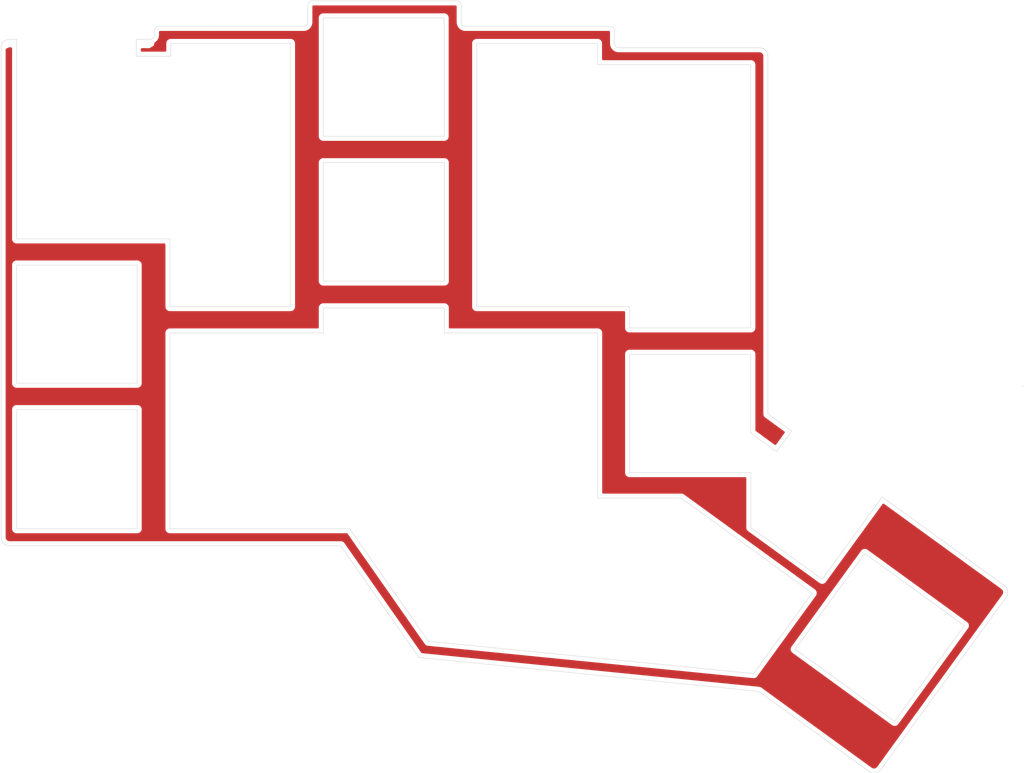
<source format=kicad_pcb>
(kicad_pcb (version 20171130) (host pcbnew 5.1.10)

  (general
    (thickness 1.6)
    (drawings 898)
    (tracks 0)
    (zones 0)
    (modules 0)
    (nets 1)
  )

  (page A4)
  (layers
    (0 F.Cu signal)
    (31 B.Cu signal)
    (32 B.Adhes user)
    (33 F.Adhes user)
    (34 B.Paste user)
    (35 F.Paste user)
    (36 B.SilkS user)
    (37 F.SilkS user)
    (38 B.Mask user)
    (39 F.Mask user)
    (40 Dwgs.User user)
    (41 Cmts.User user)
    (42 Eco1.User user)
    (43 Eco2.User user)
    (44 Edge.Cuts user)
    (45 Margin user)
    (46 B.CrtYd user)
    (47 F.CrtYd user)
    (48 B.Fab user)
    (49 F.Fab user)
  )

  (setup
    (last_trace_width 0.25)
    (user_trace_width 0.25)
    (user_trace_width 0.5)
    (trace_clearance 0.199)
    (zone_clearance 0.508)
    (zone_45_only no)
    (trace_min 0.2)
    (via_size 0.8)
    (via_drill 0.4)
    (via_min_size 0.6)
    (via_min_drill 0.3)
    (uvia_size 0.3)
    (uvia_drill 0.1)
    (uvias_allowed no)
    (uvia_min_size 0.2)
    (uvia_min_drill 0.1)
    (edge_width 0.05)
    (segment_width 0.2)
    (pcb_text_width 0.3)
    (pcb_text_size 1.5 1.5)
    (mod_edge_width 0.17)
    (mod_text_size 1 1)
    (mod_text_width 0.15)
    (pad_size 1.524 1.524)
    (pad_drill 0.762)
    (pad_to_mask_clearance 0.05)
    (solder_mask_min_width 0.2)
    (aux_axis_origin 0 0)
    (visible_elements FFFFFF7F)
    (pcbplotparams
      (layerselection 0x010fc_ffffffff)
      (usegerberextensions true)
      (usegerberattributes false)
      (usegerberadvancedattributes false)
      (creategerberjobfile false)
      (excludeedgelayer true)
      (linewidth 0.100000)
      (plotframeref false)
      (viasonmask false)
      (mode 1)
      (useauxorigin false)
      (hpglpennumber 1)
      (hpglpenspeed 20)
      (hpglpendiameter 15.000000)
      (psnegative false)
      (psa4output false)
      (plotreference true)
      (plotvalue false)
      (plotinvisibletext false)
      (padsonsilk false)
      (subtractmaskfromsilk true)
      (outputformat 1)
      (mirror false)
      (drillshape 0)
      (scaleselection 1)
      (outputdirectory "v2/gerber_middle/"))
  )

  (net 0 "")

  (net_class Default "This is the default net class."
    (clearance 0.199)
    (trace_width 0.25)
    (via_dia 0.8)
    (via_drill 0.4)
    (uvia_dia 0.3)
    (uvia_drill 0.1)
  )

  (net_class PWR ""
    (clearance 0.199)
    (trace_width 0.4)
    (via_dia 0.8)
    (via_drill 0.4)
    (uvia_dia 0.3)
    (uvia_drill 0.1)
  )

  (gr_line (start 23.2 48.9) (end 41.2 48.9) (layer Edge.Cuts) (width 0.05))
  (gr_line (start 141.382 66.231521) (end 141.382 66.231521) (layer Edge.Cuts) (width 0.05))
  (gr_line (start 141.382 66.231521) (end 141.382 66.231521) (layer Edge.Cuts) (width 0.05))
  (gr_line (start 141.382 66.231521) (end 141.382 66.231521) (layer Edge.Cuts) (width 0.05))
  (gr_line (start 141.382 66.231521) (end 141.382 66.231521) (layer Edge.Cuts) (width 0.05))
  (gr_line (start 141.382 66.231521) (end 141.382 66.231521) (layer Edge.Cuts) (width 0.05))
  (gr_line (start 141.382 66.231521) (end 141.382 66.231521) (layer Edge.Cuts) (width 0.05))
  (gr_line (start 141.382 66.231521) (end 141.382 66.231521) (layer Edge.Cuts) (width 0.05))
  (gr_line (start 141.382 66.231521) (end 141.382 66.231521) (layer Edge.Cuts) (width 0.05))
  (gr_line (start 141.382 66.231521) (end 141.382 66.231521) (layer Edge.Cuts) (width 0.05))
  (gr_line (start 141.382 66.231521) (end 141.382 66.231521) (layer Edge.Cuts) (width 0.05))
  (gr_line (start 141.382 66.231521) (end 141.382 66.231521) (layer Edge.Cuts) (width 0.05))
  (gr_line (start 141.382 66.231521) (end 141.382 66.231521) (layer Edge.Cuts) (width 0.05))
  (gr_line (start 46.45 23.94472) (end 39.88198 23.94472) (layer Edge.Cuts) (width 0.05) (tstamp 605B5074))
  (gr_line (start 46.45 23.94472) (end 56.88198 23.94472) (layer Edge.Cuts) (width 0.05) (tstamp 605B5073))
  (gr_line (start 27.75 84.944721) (end 22.38198 84.944721) (layer Edge.Cuts) (width 0.05) (tstamp 605B5070))
  (gr_line (start 141.382 66.231521) (end 141.382 66.231521) (layer Edge.Cuts) (width 0.05))
  (gr_line (start 141.382 66.231521) (end 141.382 66.231521) (layer Edge.Cuts) (width 0.05))
  (gr_line (start 141.382 66.231521) (end 141.382 66.231521) (layer Edge.Cuts) (width 0.05))
  (gr_line (start 141.382 66.231521) (end 141.382 66.231521) (layer Edge.Cuts) (width 0.05))
  (gr_line (start 23.2 65.85) (end 23.2 51.97) (layer Edge.Cuts) (width 0.05) (tstamp 60E0DE9D))
  (gr_line (start 59.2 22.94472) (end 59.2 36.85) (layer Edge.Cuts) (width 0.05))
  (gr_line (start 23.2 48.9) (end 23.2 25.44472) (layer Edge.Cuts) (width 0.05) (tstamp 60DCD03D))
  (gr_line (start 37.35 65.85) (end 37.35 51.97) (layer Edge.Cuts) (width 0.05) (tstamp 60DCCF74))
  (gr_line (start 37.35 68.95) (end 23.2 68.95) (layer Edge.Cuts) (width 0.05))
  (gr_line (start 37.35 82.94) (end 37.35 68.95) (layer Edge.Cuts) (width 0.05))
  (gr_line (start 41.2 82.94) (end 62.29 82.94) (layer Edge.Cuts) (width 0.05) (tstamp 60DCCEFC))
  (gr_line (start 23.2 82.94) (end 37.35 82.94) (layer Edge.Cuts) (width 0.05))
  (gr_line (start 41.2 82.94) (end 41.2 59.95) (layer Edge.Cuts) (width 0.05))
  (gr_line (start 141.382 66.231521) (end 141.382 66.231521) (layer Edge.Cuts) (width 0.05))
  (gr_line (start 141.382 66.231521) (end 141.382 66.231521) (layer Edge.Cuts) (width 0.05))
  (gr_line (start 141.382 66.231521) (end 141.382 66.231521) (layer Edge.Cuts) (width 0.05))
  (gr_line (start 141.382 66.231521) (end 141.382 66.231521) (layer Edge.Cuts) (width 0.05))
  (gr_line (start 141.382 66.231521) (end 141.382 66.231521) (layer Edge.Cuts) (width 0.05))
  (gr_line (start 141.382 66.231521) (end 141.382 66.231521) (layer Edge.Cuts) (width 0.05))
  (gr_line (start 141.382 66.231521) (end 141.382 66.231521) (layer Edge.Cuts) (width 0.05))
  (gr_line (start 141.382 66.231521) (end 141.382 66.231521) (layer Edge.Cuts) (width 0.05))
  (gr_line (start 141.382 66.231521) (end 141.382 66.231521) (layer Edge.Cuts) (width 0.05))
  (gr_line (start 141.382 66.231521) (end 141.382 66.231521) (layer Edge.Cuts) (width 0.05))
  (gr_line (start 141.382 66.231521) (end 141.382 66.231521) (layer Edge.Cuts) (width 0.05))
  (gr_line (start 141.382 66.231521) (end 141.382 66.231521) (layer Edge.Cuts) (width 0.05))
  (gr_line (start 141.382 66.231521) (end 141.382 66.231521) (layer Edge.Cuts) (width 0.05))
  (gr_line (start 141.382 66.231521) (end 141.382 66.231521) (layer Edge.Cuts) (width 0.05))
  (gr_line (start 141.382 66.231521) (end 141.382 66.231521) (layer Edge.Cuts) (width 0.05))
  (gr_line (start 141.382 66.231521) (end 141.382 66.231521) (layer Edge.Cuts) (width 0.05))
  (gr_line (start 141.382 66.231521) (end 141.382 66.231521) (layer Edge.Cuts) (width 0.05))
  (gr_line (start 141.382 66.231521) (end 141.382 66.231521) (layer Edge.Cuts) (width 0.05))
  (gr_line (start 141.382 66.231521) (end 141.382 66.231521) (layer Edge.Cuts) (width 0.05))
  (gr_line (start 141.382 66.231521) (end 141.382 66.231521) (layer Edge.Cuts) (width 0.05))
  (gr_line (start 141.382 66.231521) (end 141.382 66.231521) (layer Edge.Cuts) (width 0.05))
  (gr_line (start 141.382 66.231521) (end 141.382 66.231521) (layer Edge.Cuts) (width 0.05))
  (gr_line (start 141.382 66.231521) (end 141.382 66.231521) (layer Edge.Cuts) (width 0.05))
  (gr_line (start 141.382 66.231521) (end 141.382 66.231521) (layer Edge.Cuts) (width 0.05))
  (gr_line (start 141.382 66.231521) (end 141.382 66.231521) (layer Edge.Cuts) (width 0.05))
  (gr_line (start 141.382 66.231521) (end 141.382 66.231521) (layer Edge.Cuts) (width 0.05))
  (gr_line (start 141.382 66.231521) (end 141.382 66.231521) (layer Edge.Cuts) (width 0.05))
  (gr_line (start 141.382 66.231521) (end 141.382 66.231521) (layer Edge.Cuts) (width 0.05))
  (gr_line (start 141.382 66.231521) (end 141.382 66.231521) (layer Edge.Cuts) (width 0.05))
  (gr_line (start 141.382 66.231521) (end 141.382 66.231521) (layer Edge.Cuts) (width 0.05))
  (gr_line (start 141.382 66.231521) (end 141.382 66.231521) (layer Edge.Cuts) (width 0.05))
  (gr_line (start 141.382 66.231521) (end 141.382 66.231521) (layer Edge.Cuts) (width 0.05))
  (gr_line (start 73.4 39.95) (end 73.4 53.85) (layer Edge.Cuts) (width 0.05))
  (gr_line (start 59.2 53.85) (end 59.2 39.95) (layer Edge.Cuts) (width 0.05))
  (gr_line (start 55.35 25.94472) (end 55.35 56.85) (layer Edge.Cuts) (width 0.05))
  (gr_line (start 111.38198 69.450561) (end 114.156966 71.474429) (layer Edge.Cuts) (width 0.05) (tstamp 605871A4))
  (gr_line (start 22.38198 25.44472) (end 23.2 25.44472) (layer Edge.Cuts) (width 0.05))
  (gr_line (start 41.2 56.85) (end 41.2 48.9) (layer Edge.Cuts) (width 0.05))
  (gr_line (start 141.382 66.231521) (end 141.382 66.231521) (layer Edge.Cuts) (width 0.05))
  (gr_line (start 141.382 66.231521) (end 141.382 66.231521) (layer Edge.Cuts) (width 0.05))
  (gr_line (start 141.382 66.231521) (end 141.382 66.231521) (layer Edge.Cuts) (width 0.05))
  (gr_line (start 141.382 66.231521) (end 141.382 66.231521) (layer Edge.Cuts) (width 0.05))
  (gr_line (start 141.382 66.231521) (end 141.382 66.231521) (layer Edge.Cuts) (width 0.05))
  (gr_line (start 141.382 66.231521) (end 141.382 66.231521) (layer Edge.Cuts) (width 0.05))
  (gr_curve (pts (xy 21.38198 83.944721) (xy 21.38198 84.497021) (xy 21.82998 84.944721) (xy 22.38198 84.944721)) (layer Edge.Cuts) (width 0.05))
  (gr_curve (pts (xy 22.38198 25.44472) (xy 21.82998 25.44472) (xy 21.38198 25.892421) (xy 21.38198 26.44472)) (layer Edge.Cuts) (width 0.05) (tstamp 605840E9))
  (gr_line (start 39.38198 24.94472) (end 39.38198 24.44472) (layer Edge.Cuts) (width 0.05))
  (gr_curve (pts (xy 38.88198 25.44472) (xy 39.15798 25.44472) (xy 39.38198 25.22082) (xy 39.38198 24.94472)) (layer Edge.Cuts) (width 0.05) (tstamp 605840E6))
  (gr_line (start 141.382 66.231521) (end 141.382 66.231521) (layer Edge.Cuts) (width 0.05))
  (gr_line (start 141.382 66.231521) (end 141.382 66.231521) (layer Edge.Cuts) (width 0.05))
  (gr_line (start 141.382 66.231521) (end 141.382 66.231521) (layer Edge.Cuts) (width 0.05))
  (gr_line (start 141.382 66.231521) (end 141.382 66.231521) (layer Edge.Cuts) (width 0.05))
  (gr_line (start 141.382 66.231521) (end 141.382 66.231521) (layer Edge.Cuts) (width 0.05))
  (gr_line (start 141.382 66.231521) (end 141.382 66.231521) (layer Edge.Cuts) (width 0.05))
  (gr_line (start 141.382 66.231521) (end 141.382 66.231521) (layer Edge.Cuts) (width 0.05))
  (gr_line (start 141.382 66.231521) (end 141.382 66.231521) (layer Edge.Cuts) (width 0.05))
  (gr_line (start 141.382 66.231521) (end 141.382 66.231521) (layer Edge.Cuts) (width 0.05))
  (gr_line (start 141.382 66.231521) (end 141.382 66.231521) (layer Edge.Cuts) (width 0.05))
  (gr_line (start 73.4 39.95) (end 59.2 39.95) (layer Edge.Cuts) (width 0.05))
  (gr_line (start 77.2 25.94472) (end 77.2 56.85) (layer Edge.Cuts) (width 0.05))
  (gr_line (start 73.38198 36.85) (end 59.2 36.85) (layer Edge.Cuts) (width 0.05))
  (gr_line (start 141.382 66.231521) (end 141.382 66.231521) (layer Edge.Cuts) (width 0.05))
  (gr_line (start 141.382 66.231521) (end 141.382 66.231521) (layer Edge.Cuts) (width 0.05))
  (gr_line (start 141.382 66.231521) (end 141.382 66.231521) (layer Edge.Cuts) (width 0.05))
  (gr_line (start 141.382 66.231521) (end 141.382 66.231521) (layer Edge.Cuts) (width 0.05))
  (gr_line (start 141.382 66.231521) (end 141.382 66.231521) (layer Edge.Cuts) (width 0.05))
  (gr_line (start 141.382 66.231521) (end 141.382 66.231521) (layer Edge.Cuts) (width 0.05))
  (gr_line (start 141.382 66.231521) (end 141.382 66.231521) (layer Edge.Cuts) (width 0.05))
  (gr_line (start 141.382 66.231521) (end 141.382 66.231521) (layer Edge.Cuts) (width 0.05))
  (gr_line (start 141.382 66.231521) (end 141.382 66.231521) (layer Edge.Cuts) (width 0.05))
  (gr_line (start 141.382 66.231521) (end 141.382 66.231521) (layer Edge.Cuts) (width 0.05))
  (gr_line (start 141.382 66.231521) (end 141.382 66.231521) (layer Edge.Cuts) (width 0.05))
  (gr_line (start 141.382 66.231521) (end 141.382 66.231521) (layer Edge.Cuts) (width 0.05))
  (gr_line (start 141.382 66.231521) (end 141.382 66.231521) (layer Edge.Cuts) (width 0.05))
  (gr_line (start 141.382 66.231521) (end 141.382 66.231521) (layer Edge.Cuts) (width 0.05))
  (gr_line (start 141.382 66.231521) (end 141.382 66.231521) (layer Edge.Cuts) (width 0.05))
  (gr_line (start 109.38 71.7) (end 112.39361 73.90148) (layer Edge.Cuts) (width 0.05) (tstamp 60DCE25E))
  (gr_line (start 114.156966 71.474429) (end 112.39361 73.90148) (layer Edge.Cuts) (width 0.05))
  (gr_line (start 109.38 62.45) (end 109.38 71.7) (layer Edge.Cuts) (width 0.05))
  (gr_line (start 124.793034 79.200571) (end 139.117283 89.601478) (layer Edge.Cuts) (width 0.05) (tstamp 605871A5))
  (gr_line (start 37.25 25.44472) (end 38.88198 25.44472) (layer Edge.Cuts) (width 0.05) (tstamp 60DCD550))
  (gr_line (start 23.2 51.97) (end 37.35 51.97) (layer Edge.Cuts) (width 0.05))
  (gr_line (start 93.88198 26.44472) (end 110.38198 26.44472) (layer Edge.Cuts) (width 0.05))
  (gr_curve (pts (xy 93.38198 25.94472) (xy 93.38198 26.22082) (xy 93.60588 26.44472) (xy 93.88198 26.44472)) (layer Edge.Cuts) (width 0.05))
  (gr_line (start 111.38198 27.44472) (end 111.38198 69.450561) (layer Edge.Cuts) (width 0.05))
  (gr_curve (pts (xy 111.38198 27.44472) (xy 111.38198 26.892421) (xy 110.93428 26.44472) (xy 110.38198 26.44472)) (layer Edge.Cuts) (width 0.05))
  (gr_line (start 139.338523 90.998278) (end 124.643883 111.223677) (layer Edge.Cuts) (width 0.05))
  (gr_line (start 27.75 84.944721) (end 61.24538 84.944721) (layer Edge.Cuts) (width 0.05) (tstamp 605B506E))
  (gr_line (start 141.382 66.231521) (end 141.382 66.231521) (layer Edge.Cuts) (width 0.05))
  (gr_line (start 141.382 66.231521) (end 141.382 66.231521) (layer Edge.Cuts) (width 0.05))
  (gr_line (start 141.382 66.231521) (end 141.382 66.231521) (layer Edge.Cuts) (width 0.05))
  (gr_line (start 141.382 66.231521) (end 141.382 66.231521) (layer Edge.Cuts) (width 0.05))
  (gr_line (start 141.382 66.231521) (end 141.382 66.231521) (layer Edge.Cuts) (width 0.05))
  (gr_line (start 37.25 27.44472) (end 37.25 25.44472) (layer Edge.Cuts) (width 0.05))
  (gr_line (start 37.25 27.44472) (end 41.3 27.44472) (layer Edge.Cuts) (width 0.05))
  (gr_line (start 41.3 25.94472) (end 41.3 27.44472) (layer Edge.Cuts) (width 0.05) (tstamp 60DC539B))
  (gr_line (start 41.3 25.94472) (end 55.35 25.94472) (layer Edge.Cuts) (width 0.05))
  (gr_line (start 73.38198 22.94472) (end 59.2 22.94472) (layer Edge.Cuts) (width 0.05))
  (gr_line (start 73.38198 22.94472) (end 73.38198 36.85) (layer Edge.Cuts) (width 0.05))
  (gr_line (start 91.38198 25.94472) (end 77.2 25.94472) (layer Edge.Cuts) (width 0.05))
  (gr_line (start 91.38198 25.94472) (end 91.38198 28.44472) (layer Edge.Cuts) (width 0.05))
  (gr_line (start 109.38198 28.44472) (end 91.38198 28.44472) (layer Edge.Cuts) (width 0.05))
  (gr_line (start 141.382 66.231521) (end 141.382 66.231521) (layer Edge.Cuts) (width 0.05))
  (gr_line (start 141.382 66.231521) (end 141.382 66.231521) (layer Edge.Cuts) (width 0.05))
  (gr_line (start 141.382 66.231521) (end 141.382 66.231521) (layer Edge.Cuts) (width 0.05))
  (gr_line (start 141.382 66.231521) (end 141.382 66.231521) (layer Edge.Cuts) (width 0.05))
  (gr_line (start 109.38 28.44472) (end 109.38 59.35) (layer Edge.Cuts) (width 0.05))
  (gr_line (start 71.54 96.16) (end 62.29 82.94) (layer Edge.Cuts) (width 0.05))
  (gr_line (start 134.44 94.33) (end 126.26 105.57) (layer Edge.Cuts) (width 0.05) (tstamp 60DC4F9B))
  (gr_line (start 71.54 96.16) (end 109.7 99.96) (layer Edge.Cuts) (width 0.05) (tstamp 60DC4D85))
  (gr_line (start 23.2 82.94) (end 23.2 68.95) (layer Edge.Cuts) (width 0.05) (tstamp 60DC7BC0))
  (gr_line (start 81.75 23.94472) (end 92.88198 23.94472) (layer Edge.Cuts) (width 0.05) (tstamp 605B5077))
  (gr_line (start 81.75 23.94472) (end 75.88198 23.94472) (layer Edge.Cuts) (width 0.05) (tstamp 605B5076))
  (gr_line (start 141.382 66.231521) (end 141.382 66.231521) (layer Edge.Cuts) (width 0.05))
  (gr_line (start 141.382 66.231521) (end 141.382 66.231521) (layer Edge.Cuts) (width 0.05))
  (gr_line (start 141.382 66.231521) (end 141.382 66.231521) (layer Edge.Cuts) (width 0.05))
  (gr_line (start 141.382 66.231521) (end 141.382 66.231521) (layer Edge.Cuts) (width 0.05))
  (gr_line (start 141.382 66.231521) (end 141.382 66.231521) (layer Edge.Cuts) (width 0.05))
  (gr_line (start 141.382 66.231521) (end 141.382 66.231521) (layer Edge.Cuts) (width 0.05))
  (gr_line (start 141.382 66.231521) (end 141.382 66.231521) (layer Edge.Cuts) (width 0.05))
  (gr_line (start 141.382 66.231521) (end 141.382 66.231521) (layer Edge.Cuts) (width 0.05))
  (gr_line (start 141.382 66.231521) (end 141.382 66.231521) (layer Edge.Cuts) (width 0.05))
  (gr_line (start 141.382 66.231521) (end 141.382 66.231521) (layer Edge.Cuts) (width 0.05))
  (gr_line (start 141.382 66.231521) (end 141.382 66.231521) (layer Edge.Cuts) (width 0.05))
  (gr_line (start 124.793034 79.200571) (end 117.755571 88.881966) (layer Edge.Cuts) (width 0.05))
  (gr_line (start 122.760185 85.845278) (end 114.58997 97.090615) (layer Edge.Cuts) (width 0.05) (tstamp 60DC629D))
  (gr_line (start 141.382 66.231521) (end 141.382 66.231521) (layer Edge.Cuts) (width 0.05))
  (gr_line (start 141.382 66.231521) (end 141.382 66.231521) (layer Edge.Cuts) (width 0.05))
  (gr_line (start 141.382 66.231521) (end 141.382 66.231521) (layer Edge.Cuts) (width 0.05))
  (gr_line (start 141.382 66.231521) (end 141.382 66.231521) (layer Edge.Cuts) (width 0.05))
  (gr_line (start 141.382 66.231521) (end 141.382 66.231521) (layer Edge.Cuts) (width 0.05))
  (gr_line (start 141.382 66.231521) (end 141.382 66.231521) (layer Edge.Cuts) (width 0.05))
  (gr_line (start 141.382 66.231521) (end 141.382 66.231521) (layer Edge.Cuts) (width 0.05))
  (gr_line (start 141.382 66.231521) (end 141.382 66.231521) (layer Edge.Cuts) (width 0.05))
  (gr_line (start 141.382 66.231521) (end 141.382 66.231521) (layer Edge.Cuts) (width 0.05))
  (gr_line (start 141.382 66.231521) (end 141.382 66.231521) (layer Edge.Cuts) (width 0.05))
  (gr_line (start 141.382 66.231521) (end 141.382 66.231521) (layer Edge.Cuts) (width 0.05))
  (gr_line (start 141.382 66.231521) (end 141.382 66.231521) (layer Edge.Cuts) (width 0.05))
  (gr_line (start 141.382 66.231521) (end 141.382 66.231521) (layer Edge.Cuts) (width 0.05))
  (gr_line (start 141.382 66.231521) (end 141.382 66.231521) (layer Edge.Cuts) (width 0.05))
  (gr_line (start 141.382 66.231521) (end 141.382 66.231521) (layer Edge.Cuts) (width 0.05))
  (gr_line (start 141.382 66.231521) (end 141.382 66.231521) (layer Edge.Cuts) (width 0.05))
  (gr_curve (pts (xy 39.88198 23.94472) (xy 39.60598 23.94472) (xy 39.38198 24.16862) (xy 39.38198 24.44472)) (layer Edge.Cuts) (width 0.05))
  (gr_line (start 57.38198 23.44472) (end 57.38198 21.44472) (layer Edge.Cuts) (width 0.05))
  (gr_curve (pts (xy 56.88198 23.94472) (xy 57.158079 23.94472) (xy 57.38198 23.72082) (xy 57.38198 23.44472)) (layer Edge.Cuts) (width 0.05))
  (gr_line (start 57.88198 20.94472) (end 74.88198 20.94472) (layer Edge.Cuts) (width 0.05))
  (gr_curve (pts (xy 57.88198 20.94472) (xy 57.60588 20.94472) (xy 57.38198 21.16862) (xy 57.38198 21.44472)) (layer Edge.Cuts) (width 0.05))
  (gr_line (start 75.38198 21.44472) (end 75.38198 23.44472) (layer Edge.Cuts) (width 0.05))
  (gr_curve (pts (xy 75.38198 21.44472) (xy 75.38198 21.16862) (xy 75.15808 20.94472) (xy 74.88198 20.94472)) (layer Edge.Cuts) (width 0.05))
  (gr_curve (pts (xy 75.38198 23.44472) (xy 75.38198 23.72082) (xy 75.60588 23.94472) (xy 75.88198 23.94472)) (layer Edge.Cuts) (width 0.05))
  (gr_line (start 93.38198 24.44472) (end 93.38198 25.94472) (layer Edge.Cuts) (width 0.05))
  (gr_curve (pts (xy 93.38198 24.44472) (xy 93.38198 24.16862) (xy 93.15808 23.94472) (xy 92.88198 23.94472)) (layer Edge.Cuts) (width 0.05))
  (gr_line (start 141.382 66.231521) (end 141.382 66.231521) (layer Edge.Cuts) (width 0.05))
  (gr_line (start 141.382 66.231521) (end 141.382 66.231521) (layer Edge.Cuts) (width 0.05))
  (gr_line (start 141.382 66.231521) (end 141.382 66.231521) (layer Edge.Cuts) (width 0.05))
  (gr_line (start 141.382 66.231521) (end 141.382 66.231521) (layer Edge.Cuts) (width 0.05))
  (gr_line (start 141.382 66.231521) (end 141.382 66.231521) (layer Edge.Cuts) (width 0.05))
  (gr_line (start 141.382 66.231521) (end 141.382 66.231521) (layer Edge.Cuts) (width 0.05))
  (gr_line (start 141.382 66.231521) (end 141.382 66.231521) (layer Edge.Cuts) (width 0.05))
  (gr_line (start 141.382 66.231521) (end 141.382 66.231521) (layer Edge.Cuts) (width 0.05))
  (gr_line (start 141.382 66.231521) (end 141.382 66.231521) (layer Edge.Cuts) (width 0.05))
  (gr_line (start 141.382 66.231521) (end 141.382 66.231521) (layer Edge.Cuts) (width 0.05))
  (gr_line (start 109.38 59.35) (end 95.15 59.35) (layer Edge.Cuts) (width 0.05))
  (gr_line (start 95.15 59.35) (end 95.15 56.85) (layer Edge.Cuts) (width 0.05))
  (gr_line (start 116.58 90.5) (end 109.7 99.96) (layer Edge.Cuts) (width 0.05) (tstamp 60DCCBA5))
  (gr_line (start 109.38 76.35) (end 109.38 82.8) (layer Edge.Cuts) (width 0.05))
  (gr_line (start 109.38 82.8) (end 117.755571 88.881966) (layer Edge.Cuts) (width 0.05) (tstamp 60DCCA7F))
  (gr_line (start 59.2 59.95) (end 41.2 59.95) (layer Edge.Cuts) (width 0.05))
  (gr_line (start 73.4 57) (end 59.2 57) (layer Edge.Cuts) (width 0.05))
  (gr_line (start 91.4 59.95) (end 73.4 59.95) (layer Edge.Cuts) (width 0.05))
  (gr_line (start 23.2 65.85) (end 37.35 65.85) (layer Edge.Cuts) (width 0.05))
  (gr_line (start 91.4 79.35) (end 101.22 79.35) (layer Edge.Cuts) (width 0.05))
  (gr_line (start 91.4 59.95) (end 91.4 79.35) (layer Edge.Cuts) (width 0.05))
  (gr_line (start 101.22 79.35) (end 116.58 90.5) (layer Edge.Cuts) (width 0.05) (tstamp 60DC6D72))
  (gr_line (start 114.58997 97.090615) (end 126.26 105.57) (layer Edge.Cuts) (width 0.05))
  (gr_line (start 122.760185 85.845278) (end 134.44 94.33) (layer Edge.Cuts) (width 0.05))
  (gr_line (start 21.38198 83.944721) (end 21.38198 26.44472) (layer Edge.Cuts) (width 0.05))
  (gr_line (start 59.2 57) (end 59.2 59.95) (layer Edge.Cuts) (width 0.05))
  (gr_line (start 73.4 57) (end 73.4 59.95) (layer Edge.Cuts) (width 0.05) (tstamp 60DCCCCE))
  (gr_line (start 141.382 66.231521) (end 141.382 66.231521) (layer Edge.Cuts) (width 0.05))
  (gr_line (start 141.382 66.231521) (end 141.382 66.231521) (layer Edge.Cuts) (width 0.05))
  (gr_line (start 141.382 66.231521) (end 141.382 66.231521) (layer Edge.Cuts) (width 0.05))
  (gr_line (start 141.382 66.231521) (end 141.382 66.231521) (layer Edge.Cuts) (width 0.05))
  (gr_line (start 141.382 66.231521) (end 141.382 66.231521) (layer Edge.Cuts) (width 0.05))
  (gr_line (start 141.382 66.231521) (end 141.382 66.231521) (layer Edge.Cuts) (width 0.05))
  (gr_line (start 141.382 66.231521) (end 141.382 66.231521) (layer Edge.Cuts) (width 0.05))
  (gr_line (start 141.382 66.231521) (end 141.382 66.231521) (layer Edge.Cuts) (width 0.05))
  (gr_line (start 141.382 66.231521) (end 141.382 66.231521) (layer Edge.Cuts) (width 0.05))
  (gr_line (start 141.382 66.231521) (end 141.382 66.231521) (layer Edge.Cuts) (width 0.05))
  (gr_line (start 141.382 66.231521) (end 141.382 66.231521) (layer Edge.Cuts) (width 0.05))
  (gr_line (start 41.2 56.85) (end 55.35 56.85) (layer Edge.Cuts) (width 0.05))
  (gr_line (start 59.2 53.85) (end 73.4 53.85) (layer Edge.Cuts) (width 0.05))
  (gr_line (start 77.2 56.85) (end 95.15 56.85) (layer Edge.Cuts) (width 0.05))
  (gr_line (start 109.38 76.35) (end 95.15 76.35) (layer Edge.Cuts) (width 0.05))
  (gr_line (start 95.15 62.45) (end 95.15 76.35) (layer Edge.Cuts) (width 0.05))
  (gr_line (start 109.38 62.45) (end 95.15 62.45) (layer Edge.Cuts) (width 0.05))
  (gr_line (start 141.382 66.231521) (end 141.382 66.231521) (layer Edge.Cuts) (width 0.05))
  (gr_line (start 141.382 66.231521) (end 141.382 66.231521) (layer Edge.Cuts) (width 0.05))
  (gr_line (start 141.382 66.231521) (end 141.382 66.231521) (layer Edge.Cuts) (width 0.05))
  (gr_line (start 141.382 66.231521) (end 141.382 66.231521) (layer Edge.Cuts) (width 0.05))
  (gr_line (start 141.382 66.231521) (end 141.382 66.231521) (layer Edge.Cuts) (width 0.05))
  (gr_line (start 141.382 66.231521) (end 141.382 66.231521) (layer Edge.Cuts) (width 0.05))
  (gr_line (start 141.382 66.231521) (end 141.382 66.231521) (layer Edge.Cuts) (width 0.05))
  (gr_line (start 141.382 66.231521) (end 141.382 66.231521) (layer Edge.Cuts) (width 0.05))
  (gr_line (start 141.382 66.231521) (end 141.382 66.231521) (layer Edge.Cuts) (width 0.05))
  (gr_line (start 141.382 66.231521) (end 141.382 66.231521) (layer Edge.Cuts) (width 0.05))
  (gr_line (start 141.382 66.231521) (end 141.382 66.231521) (layer Edge.Cuts) (width 0.05))
  (gr_line (start 141.382 66.231521) (end 141.382 66.231521) (layer Edge.Cuts) (width 0.05))
  (gr_line (start 141.382 66.231521) (end 141.382 66.231521) (layer Edge.Cuts) (width 0.05))
  (gr_line (start 141.382 66.231521) (end 141.382 66.231521) (layer Edge.Cuts) (width 0.05))
  (gr_curve (pts (xy 139.338523 90.998278) (xy 139.663143 90.551478) (xy 139.564093 89.926078) (xy 139.117283 89.601478)) (layer Edge.Cuts) (width 0.05))
  (gr_line (start 123.247083 111.444878) (end 110.30278 102.040321) (layer Edge.Cuts) (width 0.05))
  (gr_curve (pts (xy 123.247083 111.444878) (xy 123.693883 111.769478) (xy 124.319283 111.670478) (xy 124.643883 111.223677)) (layer Edge.Cuts) (width 0.05))
  (gr_line (start 110.30278 102.040321) (end 70.42858 98.059621) (layer Edge.Cuts) (width 0.05))
  (gr_line (start 70.42858 98.059621) (end 61.24538 84.944721) (layer Edge.Cuts) (width 0.05) (tstamp 60591A83))
  (gr_line (start 141.382 66.231521) (end 141.382 66.231521) (layer Edge.Cuts) (width 0.05))
  (gr_line (start 141.382 66.231521) (end 141.382 66.231521) (layer Edge.Cuts) (width 0.05))
  (gr_line (start 141.349958 66.228607) (end 141.349958 66.228607) (layer Dwgs.User) (width 0.2))
  (gr_line (start 55.349967 25.941821) (end 55.349967 39.941816) (layer Dwgs.User) (width 0.2))
  (gr_line (start 41.349972 25.941821) (end 55.349967 25.941821) (layer Dwgs.User) (width 0.2))
  (gr_line (start 41.349972 56.9418) (end 41.349972 42.941815) (layer Dwgs.User) (width 0.2))
  (gr_line (start 55.349967 56.9418) (end 41.349972 56.9418) (layer Dwgs.User) (width 0.2))
  (gr_line (start 55.349967 42.941815) (end 55.349967 56.9418) (layer Dwgs.User) (width 0.2))
  (gr_line (start 41.349972 42.941815) (end 55.349967 42.941815) (layer Dwgs.User) (width 0.2))
  (gr_line (start 41.349972 73.941794) (end 41.349972 59.941798) (layer Dwgs.User) (width 0.2))
  (gr_line (start 55.349967 73.941794) (end 41.349972 73.941794) (layer Dwgs.User) (width 0.2))
  (gr_line (start 55.349967 59.941798) (end 55.349967 73.941794) (layer Dwgs.User) (width 0.2))
  (gr_line (start 41.349972 59.941798) (end 55.349967 59.941798) (layer Dwgs.User) (width 0.2))
  (gr_line (start 59.349966 36.941817) (end 59.349966 22.941822) (layer Dwgs.User) (width 0.2))
  (gr_line (start 73.349961 36.941817) (end 59.349966 36.941817) (layer Dwgs.User) (width 0.2))
  (gr_line (start 73.349961 22.941822) (end 73.349961 36.941817) (layer Dwgs.User) (width 0.2))
  (gr_line (start 106.87295 99.568695) (end 93.349954 95.945297) (layer Dwgs.User) (width 0.2))
  (gr_line (start 38.849973 26.441821) (end 22.349979 26.441821) (layer Dwgs.User) (width 0.2))
  (gr_curve (pts (xy 22.349979 26.441821) (xy 21.797979 26.441821) (xy 21.349979 26.889519) (xy 21.349979 27.44182)) (layer Dwgs.User) (width 0.2))
  (gr_line (start 39.349973 24.441821) (end 39.349973 25.941821) (layer Dwgs.User) (width 0.2))
  (gr_line (start 141.349958 66.228607) (end 141.349958 66.228607) (layer Dwgs.User) (width 0.2))
  (gr_line (start 141.349958 66.228607) (end 141.349958 66.228607) (layer Dwgs.User) (width 0.2))
  (gr_line (start 141.349958 66.228607) (end 141.349958 66.228607) (layer Dwgs.User) (width 0.2))
  (gr_line (start 141.349958 66.228607) (end 141.349958 66.228607) (layer Dwgs.User) (width 0.2))
  (gr_line (start 141.349958 66.228607) (end 141.349958 66.228607) (layer Dwgs.User) (width 0.2))
  (gr_line (start 141.349958 66.228607) (end 141.349958 66.228607) (layer Dwgs.User) (width 0.2))
  (gr_line (start 141.349958 66.228607) (end 141.349958 66.228607) (layer Dwgs.User) (width 0.2))
  (gr_line (start 141.349958 66.228607) (end 141.349958 66.228607) (layer Dwgs.User) (width 0.2))
  (gr_line (start 141.349958 66.228607) (end 141.349958 66.228607) (layer Dwgs.User) (width 0.2))
  (gr_line (start 141.349958 66.228607) (end 141.349958 66.228607) (layer Dwgs.User) (width 0.2))
  (gr_line (start 141.349958 66.228607) (end 141.349958 66.228607) (layer Dwgs.User) (width 0.2))
  (gr_line (start 141.349958 66.228607) (end 141.349958 66.228607) (layer Dwgs.User) (width 0.2))
  (gr_line (start 141.349958 66.228607) (end 141.349958 66.228607) (layer Dwgs.User) (width 0.2))
  (gr_line (start 141.349958 66.228607) (end 141.349958 66.228607) (layer Dwgs.User) (width 0.2))
  (gr_line (start 41.349972 56.9418) (end 41.349972 42.941815) (layer Dwgs.User) (width 0.2))
  (gr_line (start 93.349954 95.945297) (end 96.973453 82.422301) (layer Dwgs.User) (width 0.2))
  (gr_line (start 106.87295 99.568695) (end 93.349954 95.945297) (layer Dwgs.User) (width 0.2))
  (gr_line (start 110.496348 86.045799) (end 106.87295 99.568695) (layer Dwgs.User) (width 0.2))
  (gr_line (start 23.349978 68.941796) (end 37.349974 68.941796) (layer Dwgs.User) (width 0.2))
  (gr_line (start 23.349978 82.941801) (end 23.349978 68.941796) (layer Dwgs.User) (width 0.2))
  (gr_line (start 37.349974 82.941801) (end 23.349978 82.941801) (layer Dwgs.User) (width 0.2))
  (gr_line (start 37.349974 68.941796) (end 37.349974 82.941801) (layer Dwgs.User) (width 0.2))
  (gr_line (start 73.663861 82.174501) (end 87.644656 81.441802) (layer Dwgs.User) (width 0.2))
  (gr_line (start 124.450043 111.103191) (end 139.144678 90.877797) (layer Dwgs.User) (width 0.2))
  (gr_line (start 110.270748 102.037394) (end 123.053244 111.324391) (layer Dwgs.User) (width 0.2))
  (gr_line (start 72.396562 98.056696) (end 110.270748 102.037394) (layer Dwgs.User) (width 0.2))
  (gr_line (start 63.213365 84.9418) (end 72.396562 98.056696) (layer Dwgs.User) (width 0.2) (tstamp 60591A89))
  (gr_line (start 22.349979 84.9418) (end 63.213365 84.9418) (layer Dwgs.User) (width 0.2))
  (gr_curve (pts (xy 123.053244 111.324391) (xy 123.500044 111.648991) (xy 124.125444 111.549991) (xy 124.450043 111.103191)) (layer Dwgs.User) (width 0.2))
  (gr_line (start 21.349979 27.44182) (end 21.349979 83.941801) (layer Dwgs.User) (width 0.2))
  (gr_curve (pts (xy 21.349979 83.941801) (xy 21.349979 84.494101) (xy 21.797979 84.9418) (xy 22.349979 84.9418)) (layer Dwgs.User) (width 0.2))
  (gr_line (start 141.349958 66.228607) (end 141.349958 66.228607) (layer Dwgs.User) (width 0.2))
  (gr_line (start 141.349958 66.228607) (end 141.349958 66.228607) (layer Dwgs.User) (width 0.2))
  (gr_line (start 141.349958 66.228607) (end 141.349958 66.228607) (layer Dwgs.User) (width 0.2))
  (gr_line (start 141.349958 66.228607) (end 141.349958 66.228607) (layer Dwgs.User) (width 0.2))
  (gr_line (start 141.349958 66.228607) (end 141.349958 66.228607) (layer Dwgs.User) (width 0.2))
  (gr_line (start 141.349958 66.228607) (end 141.349958 66.228607) (layer Dwgs.User) (width 0.2))
  (gr_line (start 141.349958 66.228607) (end 141.349958 66.228607) (layer Dwgs.User) (width 0.2))
  (gr_line (start 141.349958 66.228607) (end 141.349958 66.228607) (layer Dwgs.User) (width 0.2))
  (gr_line (start 141.349958 66.228607) (end 141.349958 66.228607) (layer Dwgs.User) (width 0.2))
  (gr_line (start 141.349958 66.228607) (end 141.349958 66.228607) (layer Dwgs.User) (width 0.2))
  (gr_line (start 141.349958 66.228607) (end 141.349958 66.228607) (layer Dwgs.User) (width 0.2))
  (gr_line (start 141.349958 66.228607) (end 141.349958 66.228607) (layer Dwgs.User) (width 0.2))
  (gr_line (start 141.349958 66.228607) (end 141.349958 66.228607) (layer Dwgs.User) (width 0.2))
  (gr_line (start 55.349967 39.941816) (end 41.349972 39.941816) (layer Dwgs.User) (width 0.2))
  (gr_line (start 141.349958 66.228607) (end 141.349958 66.228607) (layer Dwgs.User) (width 0.2))
  (gr_line (start 141.349958 66.228607) (end 141.349958 66.228607) (layer Dwgs.User) (width 0.2))
  (gr_line (start 141.349958 66.228607) (end 141.349958 66.228607) (layer Dwgs.User) (width 0.2))
  (gr_line (start 141.349958 66.228607) (end 141.349958 66.228607) (layer Dwgs.User) (width 0.2))
  (gr_line (start 141.349958 66.228607) (end 141.349958 66.228607) (layer Dwgs.User) (width 0.2))
  (gr_line (start 141.349958 66.228607) (end 141.349958 66.228607) (layer Dwgs.User) (width 0.2))
  (gr_line (start 141.349958 66.228607) (end 141.349958 66.228607) (layer Dwgs.User) (width 0.2))
  (gr_line (start 141.349958 66.228607) (end 141.349958 66.228607) (layer Dwgs.User) (width 0.2))
  (gr_line (start 141.349958 66.228607) (end 141.349958 66.228607) (layer Dwgs.User) (width 0.2))
  (gr_line (start 73.349981 56.9418) (end 73.349981 70.941795) (layer Dwgs.User) (width 0.2))
  (gr_line (start 110.496368 86.045799) (end 106.87297 99.568695) (layer Dwgs.User) (width 0.2))
  (gr_line (start 23.349998 48.941813) (end 23.349998 34.941818) (layer Dwgs.User) (width 0.2))
  (gr_line (start 91.349975 73.941794) (end 77.34998 73.941794) (layer Dwgs.User) (width 0.2))
  (gr_line (start 55.349987 59.941798) (end 55.349987 73.941794) (layer Dwgs.User) (width 0.2))
  (gr_line (start 23.349998 68.941796) (end 37.349993 68.941796) (layer Dwgs.User) (width 0.2))
  (gr_line (start 91.349975 25.941821) (end 91.349975 39.941816) (layer Dwgs.User) (width 0.2))
  (gr_line (start 141.349958 66.228607) (end 141.349958 66.228607) (layer Dwgs.User) (width 0.2))
  (gr_line (start 141.349958 66.228607) (end 141.349958 66.228607) (layer Dwgs.User) (width 0.2))
  (gr_line (start 141.349958 66.228607) (end 141.349958 66.228607) (layer Dwgs.User) (width 0.2))
  (gr_line (start 141.349958 66.228607) (end 141.349958 66.228607) (layer Dwgs.User) (width 0.2))
  (gr_line (start 141.349958 66.228607) (end 141.349958 66.228607) (layer Dwgs.User) (width 0.2))
  (gr_line (start 141.349958 66.228607) (end 141.349958 66.228607) (layer Dwgs.User) (width 0.2))
  (gr_line (start 141.349958 66.228607) (end 141.349958 66.228607) (layer Dwgs.User) (width 0.2))
  (gr_line (start 141.349958 66.228607) (end 141.349958 66.228607) (layer Dwgs.User) (width 0.2))
  (gr_line (start 141.349958 66.228607) (end 141.349958 66.228607) (layer Dwgs.User) (width 0.2))
  (gr_line (start 141.349958 66.228607) (end 141.349958 66.228607) (layer Dwgs.User) (width 0.2))
  (gr_line (start 141.349958 66.228607) (end 141.349958 66.228607) (layer Dwgs.User) (width 0.2))
  (gr_line (start 141.349958 66.228607) (end 141.349958 66.228607) (layer Dwgs.User) (width 0.2))
  (gr_line (start 141.349958 66.228607) (end 141.349958 66.228607) (layer Dwgs.User) (width 0.2))
  (gr_line (start 141.349958 66.228607) (end 141.349958 66.228607) (layer Dwgs.User) (width 0.2))
  (gr_line (start 141.349958 66.228607) (end 141.349958 66.228607) (layer Dwgs.User) (width 0.2))
  (gr_line (start 141.349958 66.228607) (end 141.349958 66.228607) (layer Dwgs.User) (width 0.2))
  (gr_line (start 141.349958 66.228607) (end 141.349958 66.228607) (layer Dwgs.User) (width 0.2))
  (gr_line (start 41.349972 42.941815) (end 55.349967 42.941815) (layer Dwgs.User) (width 0.2))
  (gr_line (start 55.349987 25.941821) (end 55.349987 39.941816) (layer Dwgs.User) (width 0.2))
  (gr_line (start 95.349974 76.441803) (end 95.349974 62.441798) (layer Dwgs.User) (width 0.2))
  (gr_line (start 37.349993 34.941818) (end 37.349993 48.941813) (layer Dwgs.User) (width 0.2) (tstamp 605A7D10))
  (gr_line (start 23.349998 48.941813) (end 23.349998 34.941818) (layer Dwgs.User) (width 0.2))
  (gr_line (start 88.377376 95.422597) (end 74.396581 96.155297) (layer Dwgs.User) (width 0.2))
  (gr_line (start 91.349955 56.9418) (end 77.34996 56.9418) (layer Dwgs.User) (width 0.2))
  (gr_line (start 91.349955 42.941815) (end 91.349955 56.9418) (layer Dwgs.User) (width 0.2))
  (gr_line (start 77.34996 42.941815) (end 91.349955 42.941815) (layer Dwgs.User) (width 0.2))
  (gr_line (start 77.34996 73.941794) (end 77.34996 59.941798) (layer Dwgs.User) (width 0.2))
  (gr_line (start 91.349955 73.941794) (end 77.34996 73.941794) (layer Dwgs.User) (width 0.2))
  (gr_line (start 91.349955 59.941798) (end 91.349955 73.941794) (layer Dwgs.User) (width 0.2))
  (gr_line (start 77.34996 59.941798) (end 91.349955 59.941798) (layer Dwgs.User) (width 0.2))
  (gr_line (start 95.349954 42.441815) (end 95.349954 28.44182) (layer Dwgs.User) (width 0.2))
  (gr_line (start 109.349949 42.441815) (end 95.349954 42.441815) (layer Dwgs.User) (width 0.2))
  (gr_line (start 109.349949 28.44182) (end 109.349949 42.441815) (layer Dwgs.User) (width 0.2))
  (gr_line (start 95.349954 28.44182) (end 109.349949 28.44182) (layer Dwgs.User) (width 0.2))
  (gr_line (start 95.349954 59.441798) (end 95.349954 45.441814) (layer Dwgs.User) (width 0.2))
  (gr_line (start 109.349949 59.441798) (end 95.349954 59.441798) (layer Dwgs.User) (width 0.2))
  (gr_line (start 109.349949 45.441814) (end 109.349949 59.441798) (layer Dwgs.User) (width 0.2))
  (gr_line (start 95.349954 45.441814) (end 109.349949 45.441814) (layer Dwgs.User) (width 0.2))
  (gr_line (start 23.349978 65.941802) (end 23.349978 51.941812) (layer Dwgs.User) (width 0.2))
  (gr_line (start 37.349974 65.941802) (end 23.349978 65.941802) (layer Dwgs.User) (width 0.2))
  (gr_line (start 37.349974 51.941812) (end 37.349974 65.941802) (layer Dwgs.User) (width 0.2))
  (gr_line (start 23.349978 51.941812) (end 37.349974 51.941812) (layer Dwgs.User) (width 0.2))
  (gr_line (start 95.349954 76.441803) (end 95.349954 62.441798) (layer Dwgs.User) (width 0.2))
  (gr_line (start 109.349949 76.441803) (end 95.349954 76.441803) (layer Dwgs.User) (width 0.2))
  (gr_line (start 109.349949 62.441798) (end 109.349949 76.441803) (layer Dwgs.User) (width 0.2))
  (gr_line (start 95.349954 62.441798) (end 109.349949 62.441798) (layer Dwgs.User) (width 0.2))
  (gr_line (start 141.349958 66.228607) (end 141.349958 66.228607) (layer Dwgs.User) (width 0.2))
  (gr_line (start 141.349958 66.228607) (end 141.349958 66.228607) (layer Dwgs.User) (width 0.2))
  (gr_line (start 141.349958 66.228607) (end 141.349958 66.228607) (layer Dwgs.User) (width 0.2))
  (gr_line (start 141.349958 66.228607) (end 141.349958 66.228607) (layer Dwgs.User) (width 0.2))
  (gr_line (start 141.349958 66.228607) (end 141.349958 66.228607) (layer Dwgs.User) (width 0.2))
  (gr_line (start 141.349958 66.228607) (end 141.349958 66.228607) (layer Dwgs.User) (width 0.2))
  (gr_line (start 141.349958 66.228607) (end 141.349958 66.228607) (layer Dwgs.User) (width 0.2))
  (gr_line (start 141.349958 66.228607) (end 141.349958 66.228607) (layer Dwgs.User) (width 0.2))
  (gr_line (start 141.349958 66.228607) (end 141.349958 66.228607) (layer Dwgs.User) (width 0.2))
  (gr_line (start 141.349958 66.228607) (end 141.349958 66.228607) (layer Dwgs.User) (width 0.2))
  (gr_line (start 141.349958 66.228607) (end 141.349958 66.228607) (layer Dwgs.User) (width 0.2))
  (gr_line (start 141.349958 66.228607) (end 141.349958 66.228607) (layer Dwgs.User) (width 0.2))
  (gr_line (start 141.349958 66.228607) (end 141.349958 66.228607) (layer Dwgs.User) (width 0.2))
  (gr_line (start 141.349958 66.228607) (end 141.349958 66.228607) (layer Dwgs.User) (width 0.2))
  (gr_line (start 73.349981 36.941817) (end 59.349986 36.941817) (layer Dwgs.User) (width 0.2))
  (gr_line (start 95.349974 59.441798) (end 95.349974 45.441814) (layer Dwgs.User) (width 0.2))
  (gr_line (start 109.349968 62.441798) (end 109.349968 76.441803) (layer Dwgs.User) (width 0.2))
  (gr_line (start 23.349998 82.941801) (end 23.349998 68.941796) (layer Dwgs.User) (width 0.2))
  (gr_line (start 93.349974 95.945297) (end 96.973473 82.422301) (layer Dwgs.User) (width 0.2))
  (gr_line (start 95.349974 45.441814) (end 109.349968 45.441814) (layer Dwgs.User) (width 0.2))
  (gr_line (start 110.496368 86.045799) (end 106.87297 99.568695) (layer Dwgs.User) (width 0.2))
  (gr_line (start 74.396581 96.155297) (end 73.663881 82.174501) (layer Dwgs.User) (width 0.2))
  (gr_line (start 59.349986 36.941817) (end 59.349986 22.941822) (layer Dwgs.User) (width 0.2))
  (gr_line (start 37.349993 82.941801) (end 23.349998 82.941801) (layer Dwgs.User) (width 0.2))
  (gr_line (start 37.349974 34.941818) (end 37.349974 48.941813) (layer Dwgs.User) (width 0.2) (tstamp 605A7CD1))
  (gr_line (start 21.349979 83.941801) (end 21.349979 27.44182) (layer Dwgs.User) (width 0.2))
  (gr_curve (pts (xy 21.349979 83.941801) (xy 21.349979 84.494101) (xy 21.797979 84.9418) (xy 22.349979 84.9418)) (layer Dwgs.User) (width 0.2))
  (gr_line (start 22.349979 26.441821) (end 38.849973 26.441821) (layer Dwgs.User) (width 0.2))
  (gr_line (start 73.349961 39.941816) (end 73.349961 53.941811) (layer Dwgs.User) (width 0.2))
  (gr_line (start 95.349954 45.441814) (end 109.349949 45.441814) (layer Dwgs.User) (width 0.2))
  (gr_line (start 95.349954 59.441798) (end 95.349954 45.441814) (layer Dwgs.User) (width 0.2))
  (gr_line (start 109.349949 59.441798) (end 95.349954 59.441798) (layer Dwgs.User) (width 0.2))
  (gr_line (start 109.349949 45.441814) (end 109.349949 59.441798) (layer Dwgs.User) (width 0.2))
  (gr_line (start 41.349972 59.941798) (end 55.349967 59.941798) (layer Dwgs.User) (width 0.2))
  (gr_line (start 41.349972 73.941794) (end 41.349972 59.941798) (layer Dwgs.User) (width 0.2))
  (gr_line (start 55.349967 73.941794) (end 41.349972 73.941794) (layer Dwgs.User) (width 0.2))
  (gr_line (start 55.349967 59.941798) (end 55.349967 73.941794) (layer Dwgs.User) (width 0.2))
  (gr_line (start 77.34996 25.941821) (end 91.349955 25.941821) (layer Dwgs.User) (width 0.2))
  (gr_line (start 77.34996 39.941816) (end 77.34996 25.941821) (layer Dwgs.User) (width 0.2))
  (gr_line (start 91.349955 39.941816) (end 77.34996 39.941816) (layer Dwgs.User) (width 0.2))
  (gr_line (start 141.349958 66.228607) (end 141.349958 66.228607) (layer Dwgs.User) (width 0.2))
  (gr_line (start 141.349958 66.228607) (end 141.349958 66.228607) (layer Dwgs.User) (width 0.2))
  (gr_line (start 141.349958 66.228607) (end 141.349958 66.228607) (layer Dwgs.User) (width 0.2))
  (gr_line (start 141.349958 66.228607) (end 141.349958 66.228607) (layer Dwgs.User) (width 0.2))
  (gr_line (start 141.349958 66.228607) (end 141.349958 66.228607) (layer Dwgs.User) (width 0.2))
  (gr_line (start 141.349958 66.228607) (end 141.349958 66.228607) (layer Dwgs.User) (width 0.2))
  (gr_line (start 141.349958 66.228607) (end 141.349958 66.228607) (layer Dwgs.User) (width 0.2))
  (gr_line (start 141.349958 66.228607) (end 141.349958 66.228607) (layer Dwgs.User) (width 0.2))
  (gr_line (start 141.349958 66.228607) (end 141.349958 66.228607) (layer Dwgs.User) (width 0.2))
  (gr_line (start 141.349958 66.228607) (end 141.349958 66.228607) (layer Dwgs.User) (width 0.2))
  (gr_line (start 141.349958 66.228607) (end 141.349958 66.228607) (layer Dwgs.User) (width 0.2))
  (gr_line (start 141.349958 66.228607) (end 141.349958 66.228607) (layer Dwgs.User) (width 0.2))
  (gr_line (start 91.349975 39.941816) (end 77.34998 39.941816) (layer Dwgs.User) (width 0.2))
  (gr_line (start 59.349986 56.9418) (end 73.349981 56.9418) (layer Dwgs.User) (width 0.2))
  (gr_line (start 91.349975 73.941794) (end 77.34998 73.941794) (layer Dwgs.User) (width 0.2))
  (gr_line (start 41.349992 59.941798) (end 55.349987 59.941798) (layer Dwgs.User) (width 0.2))
  (gr_line (start 59.349986 39.941816) (end 73.349981 39.941816) (layer Dwgs.User) (width 0.2))
  (gr_line (start 73.349981 22.941822) (end 73.349981 36.941817) (layer Dwgs.User) (width 0.2))
  (gr_line (start 59.349986 22.941822) (end 73.349981 22.941822) (layer Dwgs.User) (width 0.2))
  (gr_line (start 141.349958 66.228607) (end 141.349958 66.228607) (layer Dwgs.User) (width 0.2))
  (gr_line (start 37.349993 68.941796) (end 37.349993 82.941801) (layer Dwgs.User) (width 0.2))
  (gr_line (start 109.349968 28.44182) (end 109.349968 42.441815) (layer Dwgs.User) (width 0.2))
  (gr_line (start 109.349968 76.441803) (end 95.349974 76.441803) (layer Dwgs.User) (width 0.2))
  (gr_line (start 95.349974 62.441798) (end 109.349968 62.441798) (layer Dwgs.User) (width 0.2))
  (gr_line (start 37.349993 68.941796) (end 37.349993 82.941801) (layer Dwgs.User) (width 0.2))
  (gr_line (start 41.349992 39.941816) (end 41.349992 25.941821) (layer Dwgs.User) (width 0.2))
  (gr_line (start 73.349981 39.941816) (end 73.349981 53.941811) (layer Dwgs.User) (width 0.2))
  (gr_line (start 95.349974 42.441815) (end 95.349974 28.44182) (layer Dwgs.User) (width 0.2))
  (gr_line (start 91.349975 39.941816) (end 77.34998 39.941816) (layer Dwgs.User) (width 0.2))
  (gr_line (start 73.663881 82.174501) (end 87.644676 81.441802) (layer Dwgs.User) (width 0.2))
  (gr_line (start 73.349981 39.941816) (end 73.349981 53.941811) (layer Dwgs.User) (width 0.2))
  (gr_line (start 95.349974 59.441798) (end 95.349974 45.441814) (layer Dwgs.User) (width 0.2))
  (gr_line (start 41.349992 25.941821) (end 55.349987 25.941821) (layer Dwgs.User) (width 0.2))
  (gr_line (start 141.349958 66.228607) (end 141.349958 66.228607) (layer Dwgs.User) (width 0.2))
  (gr_line (start 141.349958 66.228607) (end 141.349958 66.228607) (layer Dwgs.User) (width 0.2))
  (gr_line (start 141.349958 66.228607) (end 141.349958 66.228607) (layer Dwgs.User) (width 0.2))
  (gr_line (start 141.349958 66.228607) (end 141.349958 66.228607) (layer Dwgs.User) (width 0.2))
  (gr_line (start 141.349958 66.228607) (end 141.349958 66.228607) (layer Dwgs.User) (width 0.2))
  (gr_line (start 141.349958 66.228607) (end 141.349958 66.228607) (layer Dwgs.User) (width 0.2))
  (gr_line (start 141.349958 66.228607) (end 141.349958 66.228607) (layer Dwgs.User) (width 0.2))
  (gr_line (start 141.349958 66.228607) (end 141.349958 66.228607) (layer Dwgs.User) (width 0.2))
  (gr_line (start 141.349958 66.228607) (end 141.349958 66.228607) (layer Dwgs.User) (width 0.2))
  (gr_line (start 141.349958 66.228607) (end 141.349958 66.228607) (layer Dwgs.User) (width 0.2))
  (gr_line (start 141.349958 66.228607) (end 141.349958 66.228607) (layer Dwgs.User) (width 0.2))
  (gr_line (start 141.349958 66.228607) (end 141.349958 66.228607) (layer Dwgs.User) (width 0.2))
  (gr_line (start 141.349958 66.228607) (end 141.349958 66.228607) (layer Dwgs.User) (width 0.2))
  (gr_line (start 141.349958 66.228607) (end 141.349958 66.228607) (layer Dwgs.User) (width 0.2))
  (gr_line (start 141.349958 66.228607) (end 141.349958 66.228607) (layer Dwgs.User) (width 0.2))
  (gr_line (start 141.349958 66.228607) (end 141.349958 66.228607) (layer Dwgs.User) (width 0.2))
  (gr_line (start 141.349958 66.228607) (end 141.349958 66.228607) (layer Dwgs.User) (width 0.2))
  (gr_line (start 77.34998 73.941794) (end 77.34998 59.941798) (layer Dwgs.User) (width 0.2))
  (gr_line (start 87.644676 81.441802) (end 88.377376 95.422597) (layer Dwgs.User) (width 0.2))
  (gr_line (start 122.967563 85.9228) (end 134.29384 94.151797) (layer Dwgs.User) (width 0.2))
  (gr_line (start 59.349986 53.941811) (end 59.349986 39.941816) (layer Dwgs.User) (width 0.2))
  (gr_line (start 109.349968 45.441814) (end 109.349968 59.441798) (layer Dwgs.User) (width 0.2))
  (gr_line (start 37.349993 65.941802) (end 23.349998 65.941802) (layer Dwgs.User) (width 0.2))
  (gr_line (start 41.349992 42.941815) (end 55.349987 42.941815) (layer Dwgs.User) (width 0.2))
  (gr_line (start 77.34998 25.941821) (end 91.349975 25.941821) (layer Dwgs.User) (width 0.2))
  (gr_line (start 55.349987 73.941794) (end 41.349992 73.941794) (layer Dwgs.User) (width 0.2))
  (gr_line (start 77.34998 56.9418) (end 77.34998 42.941815) (layer Dwgs.User) (width 0.2))
  (gr_line (start 41.349992 73.941794) (end 41.349992 59.941798) (layer Dwgs.User) (width 0.2))
  (gr_line (start 109.349968 59.441798) (end 95.349974 59.441798) (layer Dwgs.User) (width 0.2))
  (gr_line (start 109.349968 62.441798) (end 109.349968 76.441803) (layer Dwgs.User) (width 0.2))
  (gr_line (start 73.349981 53.941811) (end 59.349986 53.941811) (layer Dwgs.User) (width 0.2))
  (gr_line (start 77.34998 42.941815) (end 91.349975 42.941815) (layer Dwgs.User) (width 0.2))
  (gr_line (start 77.34998 59.941798) (end 91.349975 59.941798) (layer Dwgs.User) (width 0.2))
  (gr_line (start 141.349958 66.228607) (end 141.349958 66.228607) (layer Dwgs.User) (width 0.2))
  (gr_line (start 141.349958 66.228607) (end 141.349958 66.228607) (layer Dwgs.User) (width 0.2))
  (gr_line (start 141.349958 66.228607) (end 141.349958 66.228607) (layer Dwgs.User) (width 0.2))
  (gr_line (start 141.349958 66.228607) (end 141.349958 66.228607) (layer Dwgs.User) (width 0.2))
  (gr_line (start 141.349958 66.228607) (end 141.349958 66.228607) (layer Dwgs.User) (width 0.2))
  (gr_line (start 141.349958 66.228607) (end 141.349958 66.228607) (layer Dwgs.User) (width 0.2))
  (gr_line (start 141.349958 66.228607) (end 141.349958 66.228607) (layer Dwgs.User) (width 0.2))
  (gr_line (start 141.349958 66.228607) (end 141.349958 66.228607) (layer Dwgs.User) (width 0.2))
  (gr_line (start 141.349958 66.228607) (end 141.349958 66.228607) (layer Dwgs.User) (width 0.2))
  (gr_line (start 141.349958 66.228607) (end 141.349958 66.228607) (layer Dwgs.User) (width 0.2))
  (gr_line (start 141.349958 66.228607) (end 141.349958 66.228607) (layer Dwgs.User) (width 0.2))
  (gr_line (start 141.349958 66.228607) (end 141.349958 66.228607) (layer Dwgs.User) (width 0.2))
  (gr_line (start 141.349958 66.228607) (end 141.349958 66.228607) (layer Dwgs.User) (width 0.2))
  (gr_line (start 141.349958 66.228607) (end 141.349958 66.228607) (layer Dwgs.User) (width 0.2))
  (gr_line (start 93.849954 26.441821) (end 110.349948 26.441821) (layer Dwgs.User) (width 0.2))
  (gr_curve (pts (xy 93.349954 25.941821) (xy 93.349954 26.217921) (xy 93.573854 26.441821) (xy 93.849954 26.441821)) (layer Dwgs.User) (width 0.2))
  (gr_line (start 111.349948 27.44182) (end 111.349948 69.447646) (layer Dwgs.User) (width 0.2))
  (gr_curve (pts (xy 111.349948 27.44182) (xy 111.349948 26.889519) (xy 110.902248 26.441821) (xy 110.349948 26.441821)) (layer Dwgs.User) (width 0.2))
  (gr_line (start 141.349958 66.228607) (end 141.349958 66.228607) (layer Dwgs.User) (width 0.2))
  (gr_line (start 141.349958 66.228607) (end 141.349958 66.228607) (layer Dwgs.User) (width 0.2))
  (gr_line (start 141.349958 66.228607) (end 141.349958 66.228607) (layer Dwgs.User) (width 0.2))
  (gr_line (start 141.349958 66.228607) (end 141.349958 66.228607) (layer Dwgs.User) (width 0.2))
  (gr_line (start 141.349958 66.228607) (end 141.349958 66.228607) (layer Dwgs.User) (width 0.2))
  (gr_line (start 141.349958 66.228607) (end 141.349958 66.228607) (layer Dwgs.User) (width 0.2))
  (gr_line (start 141.349958 66.228607) (end 141.349958 66.228607) (layer Dwgs.User) (width 0.2))
  (gr_line (start 141.349958 66.228607) (end 141.349958 66.228607) (layer Dwgs.User) (width 0.2))
  (gr_line (start 141.349958 66.228607) (end 141.349958 66.228607) (layer Dwgs.User) (width 0.2))
  (gr_line (start 141.349958 66.228607) (end 141.349958 66.228607) (layer Dwgs.User) (width 0.2))
  (gr_line (start 141.349958 66.228607) (end 141.349958 66.228607) (layer Dwgs.User) (width 0.2))
  (gr_line (start 141.349958 66.228607) (end 141.349958 66.228607) (layer Dwgs.User) (width 0.2))
  (gr_line (start 141.349958 66.228607) (end 141.349958 66.228607) (layer Dwgs.User) (width 0.2))
  (gr_line (start 141.349958 66.228607) (end 141.349958 66.228607) (layer Dwgs.User) (width 0.2))
  (gr_line (start 141.349958 66.228607) (end 141.349958 66.228607) (layer Dwgs.User) (width 0.2))
  (gr_line (start 141.349958 66.228607) (end 141.349958 66.228607) (layer Dwgs.User) (width 0.2))
  (gr_line (start 141.349958 66.228607) (end 141.349958 66.228607) (layer Dwgs.User) (width 0.2))
  (gr_line (start 141.349958 66.228607) (end 141.349958 66.228607) (layer Dwgs.User) (width 0.2))
  (gr_line (start 141.349958 66.228607) (end 141.349958 66.228607) (layer Dwgs.User) (width 0.2))
  (gr_line (start 141.349958 66.228607) (end 141.349958 66.228607) (layer Dwgs.User) (width 0.2))
  (gr_line (start 141.349958 66.228607) (end 141.349958 66.228607) (layer Dwgs.User) (width 0.2))
  (gr_line (start 141.349958 66.228607) (end 141.349958 66.228607) (layer Dwgs.User) (width 0.2))
  (gr_line (start 141.349958 66.228607) (end 141.349958 66.228607) (layer Dwgs.User) (width 0.2))
  (gr_line (start 141.349958 66.228607) (end 141.349958 66.228607) (layer Dwgs.User) (width 0.2))
  (gr_line (start 141.349958 66.228607) (end 141.349958 66.228607) (layer Dwgs.User) (width 0.2))
  (gr_line (start 141.349958 66.228607) (end 141.349958 66.228607) (layer Dwgs.User) (width 0.2))
  (gr_line (start 141.349958 66.228607) (end 141.349958 66.228607) (layer Dwgs.User) (width 0.2))
  (gr_line (start 55.349987 39.941816) (end 41.349992 39.941816) (layer Dwgs.User) (width 0.2))
  (gr_line (start 23.349998 68.941796) (end 37.349993 68.941796) (layer Dwgs.User) (width 0.2))
  (gr_line (start 59.349986 70.941795) (end 59.349986 56.9418) (layer Dwgs.User) (width 0.2))
  (gr_line (start 23.349998 82.941801) (end 23.349998 68.941796) (layer Dwgs.User) (width 0.2))
  (gr_line (start 59.349986 36.941817) (end 59.349986 22.941822) (layer Dwgs.User) (width 0.2))
  (gr_line (start 91.349975 56.9418) (end 77.34998 56.9418) (layer Dwgs.User) (width 0.2))
  (gr_line (start 23.349998 51.941812) (end 37.349993 51.941812) (layer Dwgs.User) (width 0.2))
  (gr_line (start 91.349975 42.941815) (end 91.349975 56.9418) (layer Dwgs.User) (width 0.2))
  (gr_line (start 77.34998 25.941821) (end 91.349975 25.941821) (layer Dwgs.User) (width 0.2))
  (gr_line (start 23.349998 65.941802) (end 23.349998 51.941812) (layer Dwgs.User) (width 0.2))
  (gr_line (start 73.349981 53.941811) (end 59.349986 53.941811) (layer Dwgs.User) (width 0.2))
  (gr_line (start 141.349958 66.228607) (end 141.349958 66.228607) (layer Dwgs.User) (width 0.2))
  (gr_line (start 141.349958 66.228607) (end 141.349958 66.228607) (layer Dwgs.User) (width 0.2))
  (gr_line (start 141.349958 66.228607) (end 141.349958 66.228607) (layer Dwgs.User) (width 0.2))
  (gr_line (start 141.349958 66.228607) (end 141.349958 66.228607) (layer Dwgs.User) (width 0.2))
  (gr_line (start 141.349958 66.228607) (end 141.349958 66.228607) (layer Dwgs.User) (width 0.2))
  (gr_line (start 141.349958 66.228607) (end 141.349958 66.228607) (layer Dwgs.User) (width 0.2))
  (gr_line (start 141.349958 66.228607) (end 141.349958 66.228607) (layer Dwgs.User) (width 0.2))
  (gr_line (start 141.349958 66.228607) (end 141.349958 66.228607) (layer Dwgs.User) (width 0.2))
  (gr_line (start 141.349958 66.228607) (end 141.349958 66.228607) (layer Dwgs.User) (width 0.2))
  (gr_line (start 141.349958 66.228607) (end 141.349958 66.228607) (layer Dwgs.User) (width 0.2))
  (gr_line (start 141.349958 66.228607) (end 141.349958 66.228607) (layer Dwgs.User) (width 0.2))
  (gr_line (start 141.349958 66.228607) (end 141.349958 66.228607) (layer Dwgs.User) (width 0.2))
  (gr_line (start 141.349958 66.228607) (end 141.349958 66.228607) (layer Dwgs.User) (width 0.2))
  (gr_line (start 141.349958 66.228607) (end 141.349958 66.228607) (layer Dwgs.User) (width 0.2))
  (gr_line (start 141.349958 66.228607) (end 141.349958 66.228607) (layer Dwgs.User) (width 0.2))
  (gr_line (start 141.349958 66.228607) (end 141.349958 66.228607) (layer Dwgs.User) (width 0.2))
  (gr_line (start 141.349958 66.228607) (end 141.349958 66.228607) (layer Dwgs.User) (width 0.2))
  (gr_line (start 141.349958 66.228607) (end 141.349958 66.228607) (layer Dwgs.User) (width 0.2))
  (gr_line (start 141.349958 66.228607) (end 141.349958 66.228607) (layer Dwgs.User) (width 0.2))
  (gr_line (start 141.349958 66.228607) (end 141.349958 66.228607) (layer Dwgs.User) (width 0.2))
  (gr_line (start 141.349958 66.228607) (end 141.349958 66.228607) (layer Dwgs.User) (width 0.2))
  (gr_line (start 141.349958 66.228607) (end 141.349958 66.228607) (layer Dwgs.User) (width 0.2))
  (gr_line (start 141.349958 66.228607) (end 141.349958 66.228607) (layer Dwgs.User) (width 0.2))
  (gr_line (start 57.349967 23.441822) (end 57.349967 21.441822) (layer Dwgs.User) (width 0.2))
  (gr_curve (pts (xy 56.849967 23.941822) (xy 57.126067 23.941822) (xy 57.349967 23.717922) (xy 57.349967 23.441822)) (layer Dwgs.User) (width 0.2))
  (gr_line (start 57.849967 20.941822) (end 74.849961 20.941822) (layer Dwgs.User) (width 0.2))
  (gr_curve (pts (xy 57.849967 20.941822) (xy 57.573867 20.941822) (xy 57.349967 21.165722) (xy 57.349967 21.441822)) (layer Dwgs.User) (width 0.2))
  (gr_line (start 75.34996 21.441822) (end 75.34996 23.441822) (layer Dwgs.User) (width 0.2))
  (gr_curve (pts (xy 75.34996 21.441822) (xy 75.34996 21.165722) (xy 75.126061 20.941822) (xy 74.849961 20.941822)) (layer Dwgs.User) (width 0.2))
  (gr_line (start 75.84996 23.941822) (end 92.849954 23.941822) (layer Dwgs.User) (width 0.2))
  (gr_curve (pts (xy 75.34996 23.441822) (xy 75.34996 23.717922) (xy 75.57386 23.941822) (xy 75.84996 23.941822)) (layer Dwgs.User) (width 0.2))
  (gr_line (start 93.349954 24.441821) (end 93.349954 25.941821) (layer Dwgs.User) (width 0.2))
  (gr_curve (pts (xy 93.349954 24.441821) (xy 93.349954 24.165721) (xy 93.126054 23.941822) (xy 92.849954 23.941822)) (layer Dwgs.User) (width 0.2))
  (gr_line (start 141.349958 66.228607) (end 141.349958 66.228607) (layer Dwgs.User) (width 0.2))
  (gr_line (start 141.349958 66.228607) (end 141.349958 66.228607) (layer Dwgs.User) (width 0.2))
  (gr_line (start 141.349958 66.228607) (end 141.349958 66.228607) (layer Dwgs.User) (width 0.2))
  (gr_line (start 141.349958 66.228607) (end 141.349958 66.228607) (layer Dwgs.User) (width 0.2))
  (gr_line (start 141.349958 66.228607) (end 141.349958 66.228607) (layer Dwgs.User) (width 0.2))
  (gr_line (start 141.349958 66.228607) (end 141.349958 66.228607) (layer Dwgs.User) (width 0.2))
  (gr_line (start 141.349958 66.228607) (end 141.349958 66.228607) (layer Dwgs.User) (width 0.2))
  (gr_line (start 141.349958 66.228607) (end 141.349958 66.228607) (layer Dwgs.User) (width 0.2))
  (gr_line (start 141.349958 66.228607) (end 141.349958 66.228607) (layer Dwgs.User) (width 0.2))
  (gr_line (start 141.349958 66.228607) (end 141.349958 66.228607) (layer Dwgs.User) (width 0.2))
  (gr_line (start 141.349958 66.228607) (end 141.349958 66.228607) (layer Dwgs.User) (width 0.2))
  (gr_line (start 141.349958 66.228607) (end 141.349958 66.228607) (layer Dwgs.User) (width 0.2))
  (gr_line (start 141.349958 66.228607) (end 141.349958 66.228607) (layer Dwgs.User) (width 0.2))
  (gr_line (start 141.349958 66.228607) (end 141.349958 66.228607) (layer Dwgs.User) (width 0.2))
  (gr_line (start 141.349958 66.228607) (end 141.349958 66.228607) (layer Dwgs.User) (width 0.2))
  (gr_line (start 141.349958 66.228607) (end 141.349958 66.228607) (layer Dwgs.User) (width 0.2))
  (gr_line (start 141.349958 66.228607) (end 141.349958 66.228607) (layer Dwgs.User) (width 0.2))
  (gr_line (start 96.973453 82.422301) (end 110.496348 86.045799) (layer Dwgs.User) (width 0.2))
  (gr_line (start 96.973453 82.422301) (end 110.496348 86.045799) (layer Dwgs.User) (width 0.2))
  (gr_line (start 96.973473 82.422301) (end 110.496368 86.045799) (layer Dwgs.User) (width 0.2))
  (gr_line (start 96.973473 82.422301) (end 110.496368 86.045799) (layer Dwgs.User) (width 0.2))
  (gr_line (start 59.349966 56.9418) (end 73.349961 56.9418) (layer Dwgs.User) (width 0.2))
  (gr_line (start 59.349966 70.941795) (end 59.349966 56.9418) (layer Dwgs.User) (width 0.2))
  (gr_line (start 73.349961 70.941795) (end 59.349966 70.941795) (layer Dwgs.User) (width 0.2))
  (gr_line (start 73.349961 56.9418) (end 73.349961 70.941795) (layer Dwgs.User) (width 0.2))
  (gr_line (start 55.349967 56.9418) (end 41.349972 56.9418) (layer Dwgs.User) (width 0.2))
  (gr_line (start 55.349967 42.941815) (end 55.349967 56.9418) (layer Dwgs.User) (width 0.2))
  (gr_line (start 23.349978 51.941812) (end 37.349974 51.941812) (layer Dwgs.User) (width 0.2))
  (gr_line (start 23.349978 65.941802) (end 23.349978 51.941812) (layer Dwgs.User) (width 0.2))
  (gr_line (start 37.349974 65.941802) (end 23.349978 65.941802) (layer Dwgs.User) (width 0.2))
  (gr_line (start 37.349974 51.941812) (end 37.349974 65.941802) (layer Dwgs.User) (width 0.2))
  (gr_line (start 59.349966 39.941816) (end 73.349961 39.941816) (layer Dwgs.User) (width 0.2))
  (gr_line (start 59.349966 53.941811) (end 59.349966 39.941816) (layer Dwgs.User) (width 0.2))
  (gr_line (start 73.349961 53.941811) (end 59.349966 53.941811) (layer Dwgs.User) (width 0.2))
  (gr_line (start 141.349958 66.228607) (end 141.349958 66.228607) (layer Dwgs.User) (width 0.2))
  (gr_line (start 141.349958 66.228607) (end 141.349958 66.228607) (layer Dwgs.User) (width 0.2))
  (gr_line (start 141.349958 66.228607) (end 141.349958 66.228607) (layer Dwgs.User) (width 0.2))
  (gr_line (start 141.349958 66.228607) (end 141.349958 66.228607) (layer Dwgs.User) (width 0.2))
  (gr_line (start 141.349958 66.228607) (end 141.349958 66.228607) (layer Dwgs.User) (width 0.2))
  (gr_line (start 141.349958 66.228607) (end 141.349958 66.228607) (layer Dwgs.User) (width 0.2))
  (gr_line (start 141.349958 66.228607) (end 141.349958 66.228607) (layer Dwgs.User) (width 0.2))
  (gr_line (start 141.349958 66.228607) (end 141.349958 66.228607) (layer Dwgs.User) (width 0.2))
  (gr_line (start 141.349958 66.228607) (end 141.349958 66.228607) (layer Dwgs.User) (width 0.2))
  (gr_line (start 122.967544 85.9228) (end 134.29382 94.151797) (layer Dwgs.User) (width 0.2))
  (gr_line (start 114.738647 97.248996) (end 122.967544 85.9228) (layer Dwgs.User) (width 0.2))
  (gr_line (start 126.064843 105.477993) (end 114.738647 97.248996) (layer Dwgs.User) (width 0.2))
  (gr_line (start 134.29382 94.151797) (end 126.064843 105.477993) (layer Dwgs.User) (width 0.2))
  (gr_line (start 95.349954 62.441798) (end 109.349949 62.441798) (layer Dwgs.User) (width 0.2))
  (gr_line (start 95.349954 76.441803) (end 95.349954 62.441798) (layer Dwgs.User) (width 0.2))
  (gr_line (start 109.349949 76.441803) (end 95.349954 76.441803) (layer Dwgs.User) (width 0.2))
  (gr_line (start 109.349949 62.441798) (end 109.349949 76.441803) (layer Dwgs.User) (width 0.2))
  (gr_line (start 109.349949 28.44182) (end 109.349949 42.441815) (layer Dwgs.User) (width 0.2))
  (gr_line (start 141.349958 66.228607) (end 141.349958 66.228607) (layer Dwgs.User) (width 0.2))
  (gr_line (start 141.349958 66.228607) (end 141.349958 66.228607) (layer Dwgs.User) (width 0.2))
  (gr_line (start 141.349958 66.228607) (end 141.349958 66.228607) (layer Dwgs.User) (width 0.2))
  (gr_line (start 141.349958 66.228607) (end 141.349958 66.228607) (layer Dwgs.User) (width 0.2))
  (gr_line (start 141.349958 66.228607) (end 141.349958 66.228607) (layer Dwgs.User) (width 0.2))
  (gr_line (start 141.349958 66.228607) (end 141.349958 66.228607) (layer Dwgs.User) (width 0.2))
  (gr_line (start 141.349958 66.228607) (end 141.349958 66.228607) (layer Dwgs.User) (width 0.2))
  (gr_line (start 141.349958 66.228607) (end 141.349958 66.228607) (layer Dwgs.User) (width 0.2))
  (gr_line (start 141.349958 66.228607) (end 141.349958 66.228607) (layer Dwgs.User) (width 0.2))
  (gr_line (start 141.349958 66.228607) (end 141.349958 66.228607) (layer Dwgs.User) (width 0.2))
  (gr_line (start 141.349958 66.228607) (end 141.349958 66.228607) (layer Dwgs.User) (width 0.2))
  (gr_line (start 141.349958 66.228607) (end 141.349958 66.228607) (layer Dwgs.User) (width 0.2))
  (gr_line (start 141.349958 66.228607) (end 141.349958 66.228607) (layer Dwgs.User) (width 0.2))
  (gr_line (start 141.349958 66.228607) (end 141.349958 66.228607) (layer Dwgs.User) (width 0.2))
  (gr_curve (pts (xy 39.349973 25.941821) (xy 39.349973 26.217921) (xy 39.125973 26.441821) (xy 38.849973 26.441821)) (layer Dwgs.User) (width 0.2))
  (gr_line (start 56.849967 23.941822) (end 39.849973 23.941822) (layer Dwgs.User) (width 0.2))
  (gr_curve (pts (xy 39.849973 23.941822) (xy 39.573973 23.941822) (xy 39.349973 24.165721) (xy 39.349973 24.441821)) (layer Dwgs.User) (width 0.2))
  (gr_line (start 57.349967 21.441822) (end 57.349967 23.441822) (layer Dwgs.User) (width 0.2))
  (gr_curve (pts (xy 57.349967 23.441822) (xy 57.349967 23.717922) (xy 57.126067 23.941822) (xy 56.849967 23.941822)) (layer Dwgs.User) (width 0.2))
  (gr_line (start 74.849961 20.941822) (end 57.849967 20.941822) (layer Dwgs.User) (width 0.2))
  (gr_curve (pts (xy 57.849967 20.941822) (xy 57.573867 20.941822) (xy 57.349967 21.165722) (xy 57.349967 21.441822)) (layer Dwgs.User) (width 0.2))
  (gr_line (start 75.34996 23.441822) (end 75.34996 21.441822) (layer Dwgs.User) (width 0.2))
  (gr_curve (pts (xy 75.34996 21.441822) (xy 75.34996 21.165722) (xy 75.126061 20.941822) (xy 74.849961 20.941822)) (layer Dwgs.User) (width 0.2))
  (gr_line (start 92.849954 23.941822) (end 75.84996 23.941822) (layer Dwgs.User) (width 0.2))
  (gr_curve (pts (xy 75.84996 23.941822) (xy 75.57386 23.941822) (xy 75.34996 23.717922) (xy 75.34996 23.441822)) (layer Dwgs.User) (width 0.2))
  (gr_line (start 141.349958 66.228607) (end 141.349958 66.228607) (layer Dwgs.User) (width 0.2))
  (gr_line (start 141.349958 66.228607) (end 141.349958 66.228607) (layer Dwgs.User) (width 0.2))
  (gr_line (start 141.349958 66.228607) (end 141.349958 66.228607) (layer Dwgs.User) (width 0.2))
  (gr_line (start 141.349958 66.228607) (end 141.349958 66.228607) (layer Dwgs.User) (width 0.2))
  (gr_line (start 141.349958 66.228607) (end 141.349958 66.228607) (layer Dwgs.User) (width 0.2))
  (gr_line (start 126.064863 105.477993) (end 114.738667 97.248996) (layer Dwgs.User) (width 0.2))
  (gr_line (start 134.29384 94.151797) (end 126.064863 105.477993) (layer Dwgs.User) (width 0.2))
  (gr_line (start 41.349992 73.941794) (end 41.349992 59.941798) (layer Dwgs.User) (width 0.2))
  (gr_line (start 23.349998 51.941812) (end 37.349993 51.941812) (layer Dwgs.User) (width 0.2))
  (gr_line (start 88.377376 95.422597) (end 74.396581 96.155297) (layer Dwgs.User) (width 0.2))
  (gr_line (start 37.349993 65.941802) (end 23.349998 65.941802) (layer Dwgs.User) (width 0.2))
  (gr_line (start 95.349974 28.44182) (end 109.349968 28.44182) (layer Dwgs.User) (width 0.2))
  (gr_line (start 59.349966 22.941822) (end 73.349961 22.941822) (layer Dwgs.User) (width 0.2))
  (gr_line (start 59.349966 36.941817) (end 59.349966 22.941822) (layer Dwgs.User) (width 0.2))
  (gr_line (start 73.349961 36.941817) (end 59.349966 36.941817) (layer Dwgs.User) (width 0.2))
  (gr_line (start 73.349961 22.941822) (end 73.349961 36.941817) (layer Dwgs.User) (width 0.2))
  (gr_line (start 23.349978 34.941818) (end 37.349974 34.941818) (layer Dwgs.User) (width 0.2))
  (gr_line (start 23.349978 48.941813) (end 23.349978 34.941818) (layer Dwgs.User) (width 0.2))
  (gr_line (start 37.349974 48.941813) (end 23.349978 48.941813) (layer Dwgs.User) (width 0.2))
  (gr_line (start 23.349998 34.941818) (end 37.349993 34.941818) (layer Dwgs.User) (width 0.2))
  (gr_line (start 41.349992 56.9418) (end 41.349992 42.941815) (layer Dwgs.User) (width 0.2))
  (gr_line (start 141.349958 66.228607) (end 141.349958 66.228607) (layer Dwgs.User) (width 0.2))
  (gr_line (start 141.349958 66.228607) (end 141.349958 66.228607) (layer Dwgs.User) (width 0.2))
  (gr_line (start 141.349958 66.228607) (end 141.349958 66.228607) (layer Dwgs.User) (width 0.2))
  (gr_line (start 141.349958 66.228607) (end 141.349958 66.228607) (layer Dwgs.User) (width 0.2))
  (gr_line (start 141.349958 66.228607) (end 141.349958 66.228607) (layer Dwgs.User) (width 0.2))
  (gr_line (start 141.349958 66.228607) (end 141.349958 66.228607) (layer Dwgs.User) (width 0.2))
  (gr_line (start 91.349955 25.941821) (end 91.349955 39.941816) (layer Dwgs.User) (width 0.2))
  (gr_line (start 77.34996 59.941798) (end 91.349955 59.941798) (layer Dwgs.User) (width 0.2))
  (gr_line (start 77.34996 73.941794) (end 77.34996 59.941798) (layer Dwgs.User) (width 0.2))
  (gr_line (start 91.349955 73.941794) (end 77.34996 73.941794) (layer Dwgs.User) (width 0.2))
  (gr_line (start 91.349955 59.941798) (end 91.349955 73.941794) (layer Dwgs.User) (width 0.2))
  (gr_line (start 95.349954 28.44182) (end 109.349949 28.44182) (layer Dwgs.User) (width 0.2))
  (gr_line (start 95.349954 42.441815) (end 95.349954 28.44182) (layer Dwgs.User) (width 0.2))
  (gr_line (start 109.349949 42.441815) (end 95.349954 42.441815) (layer Dwgs.User) (width 0.2))
  (gr_line (start 141.349958 66.228607) (end 141.349958 66.228607) (layer Dwgs.User) (width 0.2))
  (gr_line (start 141.349958 66.228607) (end 141.349958 66.228607) (layer Dwgs.User) (width 0.2))
  (gr_line (start 141.349958 66.228607) (end 141.349958 66.228607) (layer Dwgs.User) (width 0.2))
  (gr_line (start 141.349958 66.228607) (end 141.349958 66.228607) (layer Dwgs.User) (width 0.2))
  (gr_line (start 141.349958 66.228607) (end 141.349958 66.228607) (layer Dwgs.User) (width 0.2))
  (gr_line (start 141.349958 66.228607) (end 141.349958 66.228607) (layer Dwgs.User) (width 0.2))
  (gr_line (start 141.349958 66.228607) (end 141.349958 66.228607) (layer Dwgs.User) (width 0.2))
  (gr_line (start 141.349958 66.228607) (end 141.349958 66.228607) (layer Dwgs.User) (width 0.2))
  (gr_line (start 141.349958 66.228607) (end 141.349958 66.228607) (layer Dwgs.User) (width 0.2))
  (gr_line (start 141.349958 66.228607) (end 141.349958 66.228607) (layer Dwgs.User) (width 0.2))
  (gr_line (start 141.349958 66.228607) (end 141.349958 66.228607) (layer Dwgs.User) (width 0.2))
  (gr_line (start 141.349958 66.228607) (end 141.349958 66.228607) (layer Dwgs.User) (width 0.2))
  (gr_line (start 141.349958 66.228607) (end 141.349958 66.228607) (layer Dwgs.User) (width 0.2))
  (gr_line (start 141.349958 66.228607) (end 141.349958 66.228607) (layer Dwgs.User) (width 0.2))
  (gr_line (start 141.349958 66.228607) (end 141.349958 66.228607) (layer Dwgs.User) (width 0.2))
  (gr_line (start 141.349958 66.228607) (end 141.349958 66.228607) (layer Dwgs.User) (width 0.2))
  (gr_line (start 141.349958 66.228607) (end 141.349958 66.228607) (layer Dwgs.User) (width 0.2))
  (gr_line (start 141.349958 66.228607) (end 141.349958 66.228607) (layer Dwgs.User) (width 0.2))
  (gr_line (start 141.349958 66.228607) (end 141.349958 66.228607) (layer Dwgs.User) (width 0.2))
  (gr_line (start 141.349958 66.228607) (end 141.349958 66.228607) (layer Dwgs.User) (width 0.2))
  (gr_line (start 141.349958 66.228607) (end 141.349958 66.228607) (layer Dwgs.User) (width 0.2))
  (gr_line (start 141.349958 66.228607) (end 141.349958 66.228607) (layer Dwgs.User) (width 0.2))
  (gr_line (start 141.349958 66.228607) (end 141.349958 66.228607) (layer Dwgs.User) (width 0.2))
  (gr_line (start 141.349958 66.228607) (end 141.349958 66.228607) (layer Dwgs.User) (width 0.2))
  (gr_line (start 141.349958 66.228607) (end 141.349958 66.228607) (layer Dwgs.User) (width 0.2))
  (gr_line (start 141.349958 66.228607) (end 141.349958 66.228607) (layer Dwgs.User) (width 0.2))
  (gr_line (start 141.349958 66.228607) (end 141.349958 66.228607) (layer Dwgs.User) (width 0.2))
  (gr_line (start 141.349958 66.228607) (end 141.349958 66.228607) (layer Dwgs.User) (width 0.2))
  (gr_line (start 91.349955 25.941821) (end 91.349955 39.941816) (layer Dwgs.User) (width 0.2))
  (gr_line (start 77.34996 25.941821) (end 91.349955 25.941821) (layer Dwgs.User) (width 0.2))
  (gr_line (start 77.34996 56.9418) (end 77.34996 42.941815) (layer Dwgs.User) (width 0.2))
  (gr_line (start 141.349958 66.228607) (end 141.349958 66.228607) (layer Dwgs.User) (width 0.2))
  (gr_line (start 141.349958 66.228607) (end 141.349958 66.228607) (layer Dwgs.User) (width 0.2))
  (gr_line (start 141.349958 66.228607) (end 141.349958 66.228607) (layer Dwgs.User) (width 0.2))
  (gr_line (start 141.349958 66.228607) (end 141.349958 66.228607) (layer Dwgs.User) (width 0.2))
  (gr_line (start 141.349958 66.228607) (end 141.349958 66.228607) (layer Dwgs.User) (width 0.2))
  (gr_line (start 141.349958 66.228607) (end 141.349958 66.228607) (layer Dwgs.User) (width 0.2))
  (gr_line (start 141.349958 66.228607) (end 141.349958 66.228607) (layer Dwgs.User) (width 0.2))
  (gr_line (start 141.349958 66.228607) (end 141.349958 66.228607) (layer Dwgs.User) (width 0.2))
  (gr_line (start 141.349958 66.228607) (end 141.349958 66.228607) (layer Dwgs.User) (width 0.2))
  (gr_line (start 141.349958 66.228607) (end 141.349958 66.228607) (layer Dwgs.User) (width 0.2))
  (gr_line (start 141.349958 66.228607) (end 141.349958 66.228607) (layer Dwgs.User) (width 0.2))
  (gr_line (start 141.349958 66.228607) (end 141.349958 66.228607) (layer Dwgs.User) (width 0.2))
  (gr_line (start 141.349958 66.228607) (end 141.349958 66.228607) (layer Dwgs.User) (width 0.2))
  (gr_line (start 141.349958 66.228607) (end 141.349958 66.228607) (layer Dwgs.User) (width 0.2))
  (gr_line (start 95.349974 42.441815) (end 95.349974 28.44182) (layer Dwgs.User) (width 0.2))
  (gr_line (start 59.349986 39.941816) (end 73.349981 39.941816) (layer Dwgs.User) (width 0.2))
  (gr_line (start 109.349968 28.44182) (end 109.349968 42.441815) (layer Dwgs.User) (width 0.2))
  (gr_line (start 37.349993 51.941812) (end 37.349993 65.941802) (layer Dwgs.User) (width 0.2))
  (gr_line (start 77.34998 56.9418) (end 77.34998 42.941815) (layer Dwgs.User) (width 0.2))
  (gr_line (start 95.349974 62.441798) (end 109.349968 62.441798) (layer Dwgs.User) (width 0.2))
  (gr_line (start 37.349993 34.941818) (end 37.349993 48.941813) (layer Dwgs.User) (width 0.2) (tstamp 605A7DB2))
  (gr_line (start 73.349981 70.941795) (end 59.349986 70.941795) (layer Dwgs.User) (width 0.2))
  (gr_line (start 77.34998 42.941815) (end 91.349975 42.941815) (layer Dwgs.User) (width 0.2))
  (gr_line (start 37.349993 51.941812) (end 37.349993 65.941802) (layer Dwgs.User) (width 0.2))
  (gr_line (start 109.349968 45.441814) (end 109.349968 59.441798) (layer Dwgs.User) (width 0.2))
  (gr_line (start 77.34998 39.941816) (end 77.34998 25.941821) (layer Dwgs.User) (width 0.2))
  (gr_line (start 91.349975 59.941798) (end 91.349975 73.941794) (layer Dwgs.User) (width 0.2))
  (gr_line (start 91.349975 25.941821) (end 91.349975 39.941816) (layer Dwgs.User) (width 0.2))
  (gr_line (start 114.738667 97.248996) (end 122.967563 85.9228) (layer Dwgs.User) (width 0.2))
  (gr_curve (pts (xy 93.349954 24.441821) (xy 93.349954 24.165721) (xy 93.126054 23.941822) (xy 92.849954 23.941822)) (layer Dwgs.User) (width 0.2))
  (gr_line (start 110.349948 26.441821) (end 93.849954 26.441821) (layer Dwgs.User) (width 0.2))
  (gr_curve (pts (xy 93.849954 26.441821) (xy 93.573854 26.441821) (xy 93.349954 26.217921) (xy 93.349954 25.941821)) (layer Dwgs.User) (width 0.2))
  (gr_line (start 111.349948 69.447646) (end 111.349948 27.44182) (layer Dwgs.User) (width 0.2))
  (gr_line (start 138.923438 89.480999) (end 111.349948 69.447646) (layer Dwgs.User) (width 0.2))
  (gr_curve (pts (xy 111.349948 27.44182) (xy 111.349948 26.889519) (xy 110.902248 26.441821) (xy 110.349948 26.441821)) (layer Dwgs.User) (width 0.2))
  (gr_line (start 59.349966 22.941822) (end 73.349961 22.941822) (layer Dwgs.User) (width 0.2))
  (gr_line (start 59.349966 53.941811) (end 59.349966 39.941816) (layer Dwgs.User) (width 0.2))
  (gr_line (start 73.349961 53.941811) (end 59.349966 53.941811) (layer Dwgs.User) (width 0.2))
  (gr_line (start 73.349961 39.941816) (end 73.349961 53.941811) (layer Dwgs.User) (width 0.2))
  (gr_line (start 59.349966 39.941816) (end 73.349961 39.941816) (layer Dwgs.User) (width 0.2))
  (gr_line (start 59.349966 70.941795) (end 59.349966 56.9418) (layer Dwgs.User) (width 0.2))
  (gr_line (start 73.349961 70.941795) (end 59.349966 70.941795) (layer Dwgs.User) (width 0.2))
  (gr_line (start 73.349961 56.9418) (end 73.349961 70.941795) (layer Dwgs.User) (width 0.2))
  (gr_line (start 59.349966 56.9418) (end 73.349961 56.9418) (layer Dwgs.User) (width 0.2))
  (gr_line (start 77.34996 39.941816) (end 77.34996 25.941821) (layer Dwgs.User) (width 0.2))
  (gr_line (start 91.349955 39.941816) (end 77.34996 39.941816) (layer Dwgs.User) (width 0.2))
  (gr_line (start 141.349958 66.228607) (end 141.349958 66.228607) (layer Dwgs.User) (width 0.2))
  (gr_line (start 141.349958 66.228607) (end 141.349958 66.228607) (layer Dwgs.User) (width 0.2))
  (gr_line (start 141.349958 66.228607) (end 141.349958 66.228607) (layer Dwgs.User) (width 0.2))
  (gr_line (start 141.349958 66.228607) (end 141.349958 66.228607) (layer Dwgs.User) (width 0.2))
  (gr_line (start 141.349958 66.228607) (end 141.349958 66.228607) (layer Dwgs.User) (width 0.2))
  (gr_line (start 141.349958 66.228607) (end 141.349958 66.228607) (layer Dwgs.User) (width 0.2))
  (gr_line (start 141.349958 66.228607) (end 141.349958 66.228607) (layer Dwgs.User) (width 0.2))
  (gr_line (start 141.349958 66.228607) (end 141.349958 66.228607) (layer Dwgs.User) (width 0.2))
  (gr_line (start 141.349958 66.228607) (end 141.349958 66.228607) (layer Dwgs.User) (width 0.2))
  (gr_line (start 141.349958 66.228607) (end 141.349958 66.228607) (layer Dwgs.User) (width 0.2))
  (gr_line (start 141.349958 66.228607) (end 141.349958 66.228607) (layer Dwgs.User) (width 0.2))
  (gr_line (start 141.349958 66.228607) (end 141.349958 66.228607) (layer Dwgs.User) (width 0.2))
  (gr_line (start 141.349958 66.228607) (end 141.349958 66.228607) (layer Dwgs.User) (width 0.2))
  (gr_line (start 141.349958 66.228607) (end 141.349958 66.228607) (layer Dwgs.User) (width 0.2))
  (gr_line (start 110.496348 86.045799) (end 106.87295 99.568695) (layer Dwgs.User) (width 0.2))
  (gr_line (start 93.349954 95.945297) (end 96.973453 82.422301) (layer Dwgs.User) (width 0.2))
  (gr_line (start 73.349981 70.941795) (end 59.349986 70.941795) (layer Dwgs.User) (width 0.2))
  (gr_line (start 41.349992 42.941815) (end 55.349987 42.941815) (layer Dwgs.User) (width 0.2))
  (gr_line (start 59.349986 70.941795) (end 59.349986 56.9418) (layer Dwgs.User) (width 0.2))
  (gr_line (start 55.349987 73.941794) (end 41.349992 73.941794) (layer Dwgs.User) (width 0.2))
  (gr_line (start 55.349987 59.941798) (end 55.349987 73.941794) (layer Dwgs.User) (width 0.2))
  (gr_line (start 55.349987 56.9418) (end 41.349992 56.9418) (layer Dwgs.User) (width 0.2))
  (gr_line (start 23.349998 65.941802) (end 23.349998 51.941812) (layer Dwgs.User) (width 0.2))
  (gr_line (start 55.349987 42.941815) (end 55.349987 56.9418) (layer Dwgs.User) (width 0.2))
  (gr_line (start 77.34998 73.941794) (end 77.34998 59.941798) (layer Dwgs.User) (width 0.2))
  (gr_line (start 109.349968 76.441803) (end 95.349974 76.441803) (layer Dwgs.User) (width 0.2))
  (gr_line (start 109.349968 42.441815) (end 95.349974 42.441815) (layer Dwgs.User) (width 0.2))
  (gr_line (start 73.349981 56.9418) (end 73.349981 70.941795) (layer Dwgs.User) (width 0.2))
  (gr_line (start 141.349958 66.228607) (end 141.349958 66.228607) (layer Dwgs.User) (width 0.2))
  (gr_line (start 141.349958 66.228607) (end 141.349958 66.228607) (layer Dwgs.User) (width 0.2))
  (gr_line (start 141.349958 66.228607) (end 141.349958 66.228607) (layer Dwgs.User) (width 0.2))
  (gr_line (start 141.349958 66.228607) (end 141.349958 66.228607) (layer Dwgs.User) (width 0.2))
  (gr_line (start 141.349958 66.228607) (end 141.349958 66.228607) (layer Dwgs.User) (width 0.2))
  (gr_line (start 141.349958 66.228607) (end 141.349958 66.228607) (layer Dwgs.User) (width 0.2))
  (gr_line (start 141.349958 66.228607) (end 141.349958 66.228607) (layer Dwgs.User) (width 0.2))
  (gr_line (start 141.349958 66.228607) (end 141.349958 66.228607) (layer Dwgs.User) (width 0.2))
  (gr_line (start 141.349958 66.228607) (end 141.349958 66.228607) (layer Dwgs.User) (width 0.2))
  (gr_line (start 141.349958 66.228607) (end 141.349958 66.228607) (layer Dwgs.User) (width 0.2))
  (gr_line (start 141.349958 66.228607) (end 141.349958 66.228607) (layer Dwgs.User) (width 0.2))
  (gr_line (start 141.349958 66.228607) (end 141.349958 66.228607) (layer Dwgs.User) (width 0.2))
  (gr_line (start 141.349958 66.228607) (end 141.349958 66.228607) (layer Dwgs.User) (width 0.2))
  (gr_line (start 141.349958 66.228607) (end 141.349958 66.228607) (layer Dwgs.User) (width 0.2))
  (gr_line (start 141.349958 66.228607) (end 141.349958 66.228607) (layer Dwgs.User) (width 0.2))
  (gr_line (start 141.349958 66.228607) (end 141.349958 66.228607) (layer Dwgs.User) (width 0.2))
  (gr_line (start 141.349958 66.228607) (end 141.349958 66.228607) (layer Dwgs.User) (width 0.2))
  (gr_line (start 141.349958 66.228607) (end 141.349958 66.228607) (layer Dwgs.User) (width 0.2))
  (gr_line (start 141.349958 66.228607) (end 141.349958 66.228607) (layer Dwgs.User) (width 0.2))
  (gr_line (start 141.349958 66.228607) (end 141.349958 66.228607) (layer Dwgs.User) (width 0.2))
  (gr_line (start 141.349958 66.228607) (end 141.349958 66.228607) (layer Dwgs.User) (width 0.2))
  (gr_line (start 74.396561 96.155297) (end 73.663861 82.174501) (layer Dwgs.User) (width 0.2))
  (gr_line (start 88.377356 95.422597) (end 74.396561 96.155297) (layer Dwgs.User) (width 0.2))
  (gr_line (start 87.644656 81.441802) (end 88.377356 95.422597) (layer Dwgs.User) (width 0.2))
  (gr_line (start 77.34996 42.941815) (end 91.349955 42.941815) (layer Dwgs.User) (width 0.2))
  (gr_line (start 77.34996 56.9418) (end 77.34996 42.941815) (layer Dwgs.User) (width 0.2))
  (gr_line (start 91.349955 56.9418) (end 77.34996 56.9418) (layer Dwgs.User) (width 0.2))
  (gr_line (start 91.349955 42.941815) (end 91.349955 56.9418) (layer Dwgs.User) (width 0.2))
  (gr_line (start 37.349993 48.941813) (end 23.349998 48.941813) (layer Dwgs.User) (width 0.2))
  (gr_line (start 122.967563 85.9228) (end 134.29384 94.151797) (layer Dwgs.User) (width 0.2))
  (gr_line (start 138.923438 89.480999) (end 111.349948 69.447646) (layer Dwgs.User) (width 0.2))
  (gr_line (start 139.144678 90.877797) (end 124.450043 111.103191) (layer Dwgs.User) (width 0.2))
  (gr_curve (pts (xy 139.144678 90.877797) (xy 139.469298 90.430998) (xy 139.370248 89.805599) (xy 138.923438 89.480999)) (layer Dwgs.User) (width 0.2))
  (gr_line (start 123.053244 111.324391) (end 110.270748 102.037394) (layer Dwgs.User) (width 0.2))
  (gr_curve (pts (xy 123.053244 111.324391) (xy 123.500044 111.648991) (xy 124.125444 111.549991) (xy 124.450043 111.103191)) (layer Dwgs.User) (width 0.2))
  (gr_line (start 110.270748 102.037394) (end 72.396562 98.056696) (layer Dwgs.User) (width 0.2))
  (gr_line (start 72.396562 98.056696) (end 63.213365 84.9418) (layer Dwgs.User) (width 0.2) (tstamp 60591A86))
  (gr_line (start 22.349979 84.9418) (end 63.213365 84.9418) (layer Dwgs.User) (width 0.2))
  (gr_line (start 134.29382 94.151797) (end 126.064843 105.477993) (layer Dwgs.User) (width 0.2))
  (gr_line (start 122.967544 85.9228) (end 134.29382 94.151797) (layer Dwgs.User) (width 0.2))
  (gr_line (start 114.738647 97.248996) (end 122.967544 85.9228) (layer Dwgs.User) (width 0.2))
  (gr_line (start 126.064843 105.477993) (end 114.738647 97.248996) (layer Dwgs.User) (width 0.2))
  (gr_curve (pts (xy 22.349979 26.441821) (xy 21.797979 26.441821) (xy 21.349979 26.889519) (xy 21.349979 27.44182)) (layer Dwgs.User) (width 0.2))
  (gr_line (start 39.349973 25.941821) (end 39.349973 24.441821) (layer Dwgs.User) (width 0.2))
  (gr_curve (pts (xy 38.849973 26.441821) (xy 39.125973 26.441821) (xy 39.349973 26.217921) (xy 39.349973 25.941821)) (layer Dwgs.User) (width 0.2))
  (gr_line (start 39.849973 23.941822) (end 56.849967 23.941822) (layer Dwgs.User) (width 0.2))
  (gr_curve (pts (xy 39.849973 23.941822) (xy 39.573973 23.941822) (xy 39.349973 24.165721) (xy 39.349973 24.441821)) (layer Dwgs.User) (width 0.2))
  (gr_line (start 41.349972 25.941821) (end 55.349967 25.941821) (layer Dwgs.User) (width 0.2))
  (gr_line (start 41.349972 39.941816) (end 41.349972 25.941821) (layer Dwgs.User) (width 0.2))
  (gr_line (start 55.349967 39.941816) (end 41.349972 39.941816) (layer Dwgs.User) (width 0.2))
  (gr_line (start 55.349967 25.941821) (end 55.349967 39.941816) (layer Dwgs.User) (width 0.2))
  (gr_line (start 106.87297 99.568695) (end 93.349974 95.945297) (layer Dwgs.User) (width 0.2))
  (gr_line (start 95.349974 76.441803) (end 95.349974 62.441798) (layer Dwgs.User) (width 0.2))
  (gr_line (start 55.349987 42.941815) (end 55.349987 56.9418) (layer Dwgs.User) (width 0.2))
  (gr_line (start 134.29384 94.151797) (end 126.064863 105.477993) (layer Dwgs.User) (width 0.2))
  (gr_line (start 114.738667 97.248996) (end 122.967563 85.9228) (layer Dwgs.User) (width 0.2))
  (gr_line (start 126.064863 105.477993) (end 114.738667 97.248996) (layer Dwgs.User) (width 0.2))
  (gr_line (start 93.349974 95.945297) (end 96.973473 82.422301) (layer Dwgs.User) (width 0.2))
  (gr_line (start 23.349998 34.941818) (end 37.349993 34.941818) (layer Dwgs.User) (width 0.2))
  (gr_line (start 37.349993 48.941813) (end 23.349998 48.941813) (layer Dwgs.User) (width 0.2))
  (gr_line (start 91.349975 59.941798) (end 91.349975 73.941794) (layer Dwgs.User) (width 0.2))
  (gr_line (start 37.349993 82.941801) (end 23.349998 82.941801) (layer Dwgs.User) (width 0.2))
  (gr_line (start 41.349992 56.9418) (end 41.349992 42.941815) (layer Dwgs.User) (width 0.2))
  (gr_line (start 109.349968 42.441815) (end 95.349974 42.441815) (layer Dwgs.User) (width 0.2))
  (gr_line (start 55.349987 56.9418) (end 41.349992 56.9418) (layer Dwgs.User) (width 0.2))
  (gr_line (start 91.349975 42.941815) (end 91.349975 56.9418) (layer Dwgs.User) (width 0.2))
  (gr_line (start 95.349974 28.44182) (end 109.349968 28.44182) (layer Dwgs.User) (width 0.2))
  (gr_line (start 41.349992 39.941816) (end 41.349992 25.941821) (layer Dwgs.User) (width 0.2))
  (gr_line (start 73.663881 82.174501) (end 87.644676 81.441802) (layer Dwgs.User) (width 0.2))
  (gr_line (start 74.396581 96.155297) (end 73.663881 82.174501) (layer Dwgs.User) (width 0.2))
  (gr_line (start 141.349958 66.228607) (end 141.349958 66.228607) (layer Dwgs.User) (width 0.2))
  (gr_line (start 141.349958 66.228607) (end 141.349958 66.228607) (layer Dwgs.User) (width 0.2))
  (gr_line (start 141.349958 66.228607) (end 141.349958 66.228607) (layer Dwgs.User) (width 0.2))
  (gr_line (start 141.349958 66.228607) (end 141.349958 66.228607) (layer Dwgs.User) (width 0.2))
  (gr_line (start 141.349958 66.228607) (end 141.349958 66.228607) (layer Dwgs.User) (width 0.2))
  (gr_line (start 141.349958 66.228607) (end 141.349958 66.228607) (layer Dwgs.User) (width 0.2))
  (gr_line (start 141.349958 66.228607) (end 141.349958 66.228607) (layer Dwgs.User) (width 0.2))
  (gr_line (start 141.349958 66.228607) (end 141.349958 66.228607) (layer Dwgs.User) (width 0.2))
  (gr_line (start 141.349958 66.228607) (end 141.349958 66.228607) (layer Dwgs.User) (width 0.2))
  (gr_line (start 141.349958 66.228607) (end 141.349958 66.228607) (layer Dwgs.User) (width 0.2))
  (gr_line (start 141.349958 66.228607) (end 141.349958 66.228607) (layer Dwgs.User) (width 0.2))
  (gr_line (start 141.349958 66.228607) (end 141.349958 66.228607) (layer Dwgs.User) (width 0.2))
  (gr_line (start 141.349958 66.228607) (end 141.349958 66.228607) (layer Dwgs.User) (width 0.2))
  (gr_line (start 141.349958 66.228607) (end 141.349958 66.228607) (layer Dwgs.User) (width 0.2))
  (gr_line (start 87.644656 81.441802) (end 88.377356 95.422597) (layer Dwgs.User) (width 0.2))
  (gr_line (start 73.663861 82.174501) (end 87.644656 81.441802) (layer Dwgs.User) (width 0.2))
  (gr_line (start 74.396561 96.155297) (end 73.663861 82.174501) (layer Dwgs.User) (width 0.2))
  (gr_line (start 88.377356 95.422597) (end 74.396561 96.155297) (layer Dwgs.User) (width 0.2))
  (gr_line (start 23.349978 48.941813) (end 23.349978 34.941818) (layer Dwgs.User) (width 0.2))
  (gr_line (start 37.349974 48.941813) (end 23.349978 48.941813) (layer Dwgs.User) (width 0.2))
  (gr_line (start 37.349974 34.941818) (end 37.349974 48.941813) (layer Dwgs.User) (width 0.2) (tstamp 605A7DAF))
  (gr_line (start 23.349978 34.941818) (end 37.349974 34.941818) (layer Dwgs.User) (width 0.2))
  (gr_line (start 23.349978 82.941801) (end 23.349978 68.941796) (layer Dwgs.User) (width 0.2))
  (gr_line (start 37.349974 82.941801) (end 23.349978 82.941801) (layer Dwgs.User) (width 0.2))
  (gr_line (start 37.349974 68.941796) (end 37.349974 82.941801) (layer Dwgs.User) (width 0.2))
  (gr_line (start 23.349978 68.941796) (end 37.349974 68.941796) (layer Dwgs.User) (width 0.2))
  (gr_line (start 41.349972 39.941816) (end 41.349972 25.941821) (layer Dwgs.User) (width 0.2))
  (gr_line (start 87.644676 81.441802) (end 88.377376 95.422597) (layer Dwgs.User) (width 0.2))
  (gr_line (start 77.34998 39.941816) (end 77.34998 25.941821) (layer Dwgs.User) (width 0.2))
  (gr_line (start 41.349992 25.941821) (end 55.349987 25.941821) (layer Dwgs.User) (width 0.2))
  (gr_line (start 95.349974 45.441814) (end 109.349968 45.441814) (layer Dwgs.User) (width 0.2))
  (gr_line (start 109.349968 59.441798) (end 95.349974 59.441798) (layer Dwgs.User) (width 0.2))
  (gr_line (start 55.349987 25.941821) (end 55.349987 39.941816) (layer Dwgs.User) (width 0.2))
  (gr_line (start 55.349987 39.941816) (end 41.349992 39.941816) (layer Dwgs.User) (width 0.2))
  (gr_line (start 41.349992 59.941798) (end 55.349987 59.941798) (layer Dwgs.User) (width 0.2))
  (gr_line (start 91.349975 56.9418) (end 77.34998 56.9418) (layer Dwgs.User) (width 0.2))
  (gr_line (start 73.349981 22.941822) (end 73.349981 36.941817) (layer Dwgs.User) (width 0.2))
  (gr_line (start 59.349986 53.941811) (end 59.349986 39.941816) (layer Dwgs.User) (width 0.2))
  (gr_line (start 59.349986 56.9418) (end 73.349981 56.9418) (layer Dwgs.User) (width 0.2))
  (gr_line (start 77.34998 59.941798) (end 91.349975 59.941798) (layer Dwgs.User) (width 0.2))
  (gr_line (start 73.349981 36.941817) (end 59.349986 36.941817) (layer Dwgs.User) (width 0.2))
  (gr_line (start 59.349986 22.941822) (end 73.349981 22.941822) (layer Dwgs.User) (width 0.2))
  (gr_line (start 106.87297 99.568695) (end 93.349974 95.945297) (layer Dwgs.User) (width 0.2))
  (gr_curve (pts (xy 139.144678 90.877797) (xy 139.469298 90.430998) (xy 139.370248 89.805599) (xy 138.923438 89.480999)) (layer Dwgs.User) (width 0.2))
  (gr_line (start 93.349954 25.941821) (end 93.349954 24.441821) (layer Dwgs.User) (width 0.2))

  (zone (net 0) (net_name "") (layer F.Cu) (tstamp 0) (hatch edge 0.508)
    (connect_pads (clearance 0.508))
    (min_thickness 0.254)
    (fill yes (arc_segments 32) (thermal_gap 0.508) (thermal_bridge_width 0.508))
    (polygon
      (pts
        (xy 75.4 21.4) (xy 75.4 23.6) (xy 75.6 23.9) (xy 93 23.9) (xy 93.4 24.4)
        (xy 93.4 25.9) (xy 93.5 26.3) (xy 93.9 26.4) (xy 110.5 26.4) (xy 111 26.7)
        (xy 111.4 27.4) (xy 111.4 69.5) (xy 139.1 89.6) (xy 139.4 90.2) (xy 139.2 90.8)
        (xy 124.3 111.3) (xy 123.7 111.5) (xy 123.1 111.4) (xy 110.2 102) (xy 70.36 98.04)
        (xy 61.22 84.88) (xy 21.9 84.9) (xy 21.5 84.5) (xy 21.3 84) (xy 21.4 27.1)
        (xy 21.7 26.7) (xy 22.3 26.4) (xy 38.8 26.5) (xy 39.3 26.2) (xy 39.4 25.8)
        (xy 39.4 24.3) (xy 39.8 23.9) (xy 56.9 23.9) (xy 57.2 23.8) (xy 57.3 23.5)
        (xy 57.3 21.5) (xy 57.5 21.1) (xy 57.9 21) (xy 75.1 21)
      )
    )
    (filled_polygon
      (pts
        (xy 74.721981 23.477139) (xy 74.723613 23.49371) (xy 74.725401 23.529119) (xy 74.729648 23.557564) (xy 74.730792 23.586317)
        (xy 74.73212 23.595436) (xy 74.739698 23.645076) (xy 74.748735 23.680581) (xy 74.754746 23.716738) (xy 74.7572 23.72562)
        (xy 74.777385 23.796764) (xy 74.793542 23.837909) (xy 74.807147 23.879985) (xy 74.810884 23.888409) (xy 74.840895 23.95482)
        (xy 74.862552 23.992455) (xy 74.88176 24.031391) (xy 74.886678 24.039184) (xy 74.925668 24.100013) (xy 74.952188 24.133643)
        (xy 74.976462 24.168965) (xy 74.982447 24.175972) (xy 75.029565 24.23037) (xy 75.060489 24.259717) (xy 75.089405 24.291052)
        (xy 75.096329 24.297134) (xy 75.150727 24.344252) (xy 75.185689 24.369005) (xy 75.218962 24.396005) (xy 75.226686 24.401032)
        (xy 75.287515 24.440021) (xy 75.326182 24.459772) (xy 75.363508 24.481951) (xy 75.371879 24.485804) (xy 75.43829 24.515815)
        (xy 75.480167 24.530004) (xy 75.521087 24.546737) (xy 75.529935 24.549314) (xy 75.601079 24.569499) (xy 75.63714 24.576013)
        (xy 75.672523 24.585547) (xy 75.681623 24.587001) (xy 75.731263 24.594579) (xy 75.759978 24.596124) (xy 75.788368 24.600769)
        (xy 75.797568 24.601298) (xy 75.832976 24.603087) (xy 75.849561 24.60472) (xy 92.72198 24.60472) (xy 92.721981 25.977139)
        (xy 92.723613 25.99371) (xy 92.725401 26.029119) (xy 92.729648 26.057564) (xy 92.730792 26.086317) (xy 92.73212 26.095436)
        (xy 92.739698 26.145076) (xy 92.748735 26.180581) (xy 92.754746 26.216738) (xy 92.7572 26.22562) (xy 92.777385 26.296764)
        (xy 92.793542 26.337909) (xy 92.807147 26.379985) (xy 92.810884 26.388409) (xy 92.840895 26.45482) (xy 92.862552 26.492455)
        (xy 92.88176 26.531391) (xy 92.886678 26.539184) (xy 92.925668 26.600013) (xy 92.952188 26.633643) (xy 92.976462 26.668965)
        (xy 92.982447 26.675972) (xy 93.029565 26.73037) (xy 93.060489 26.759717) (xy 93.089405 26.791052) (xy 93.096329 26.797134)
        (xy 93.150727 26.844252) (xy 93.185689 26.869005) (xy 93.218962 26.896005) (xy 93.226686 26.901032) (xy 93.287515 26.940021)
        (xy 93.326182 26.959772) (xy 93.363508 26.981951) (xy 93.371879 26.985804) (xy 93.43829 27.015815) (xy 93.480167 27.030004)
        (xy 93.521087 27.046737) (xy 93.529935 27.049314) (xy 93.601079 27.069499) (xy 93.63714 27.076013) (xy 93.672523 27.085547)
        (xy 93.681623 27.087001) (xy 93.731263 27.094579) (xy 93.759978 27.096124) (xy 93.788368 27.100769) (xy 93.797568 27.101298)
        (xy 93.832976 27.103087) (xy 93.849561 27.10472) (xy 110.373646 27.10472) (xy 110.400056 27.105388) (xy 110.417575 27.10672)
        (xy 110.434602 27.108883) (xy 110.443141 27.110408) (xy 110.483275 27.120727) (xy 110.513979 27.131964) (xy 110.543352 27.146114)
        (xy 110.571277 27.163078) (xy 110.597544 27.18272) (xy 110.621872 27.204831) (xy 110.643975 27.22915) (xy 110.663619 27.255421)
        (xy 110.680586 27.283351) (xy 110.694735 27.312722) (xy 110.705972 27.343426) (xy 110.71629 27.383555) (xy 110.717817 27.392105)
        (xy 110.719979 27.409124) (xy 110.721311 27.426643) (xy 110.72198 27.453072) (xy 110.721981 69.404529) (xy 110.719347 69.423319)
        (xy 110.721981 69.469407) (xy 110.721981 69.48298) (xy 110.723829 69.501744) (xy 110.726765 69.553115) (xy 110.730192 69.566345)
        (xy 110.731531 69.579944) (xy 110.746461 69.629162) (xy 110.759362 69.678971) (xy 110.765305 69.691282) (xy 110.769271 69.704354)
        (xy 110.793516 69.749714) (xy 110.815886 69.796048) (xy 110.824114 69.806959) (xy 110.830556 69.819011) (xy 110.863182 69.858765)
        (xy 110.894164 69.89985) (xy 110.904368 69.90895) (xy 110.913033 69.919509) (xy 110.952795 69.952141) (xy 110.966879 69.964702)
        (xy 110.977852 69.972705) (xy 111.013531 70.001986) (xy 111.030262 70.010929) (xy 113.235782 71.619472) (xy 112.248605 72.978204)
        (xy 110.04 71.364792) (xy 110.04 62.482419) (xy 110.043193 62.45) (xy 110.03045 62.320617) (xy 109.99271 62.196207)
        (xy 109.931425 62.08155) (xy 109.848948 61.981052) (xy 109.74845 61.898575) (xy 109.633793 61.83729) (xy 109.509383 61.79955)
        (xy 109.412419 61.79) (xy 109.38 61.786807) (xy 109.347581 61.79) (xy 95.182419 61.79) (xy 95.15 61.786807)
        (xy 95.117581 61.79) (xy 95.020617 61.79955) (xy 94.896207 61.83729) (xy 94.78155 61.898575) (xy 94.681052 61.981052)
        (xy 94.598575 62.08155) (xy 94.53729 62.196207) (xy 94.49955 62.320617) (xy 94.486807 62.45) (xy 94.49 62.482419)
        (xy 94.490001 76.317571) (xy 94.486807 76.35) (xy 94.49955 76.479383) (xy 94.53729 76.603793) (xy 94.598575 76.71845)
        (xy 94.681052 76.818948) (xy 94.78155 76.901425) (xy 94.896207 76.96271) (xy 95.020617 77.00045) (xy 95.117581 77.01)
        (xy 95.15 77.013193) (xy 95.182419 77.01) (xy 108.72 77.01) (xy 108.720001 82.754655) (xy 108.717312 82.774131)
        (xy 108.720001 82.81953) (xy 108.720001 82.832419) (xy 108.721916 82.851865) (xy 108.724999 82.903912) (xy 108.728279 82.916469)
        (xy 108.729551 82.929383) (xy 108.744681 82.979258) (xy 108.757857 83.0297) (xy 108.763525 83.041378) (xy 108.767291 83.053793)
        (xy 108.791863 83.099764) (xy 108.814624 83.14666) (xy 108.822458 83.157003) (xy 108.828576 83.16845) (xy 108.861644 83.208743)
        (xy 108.893117 83.250299) (xy 108.902822 83.258919) (xy 108.911053 83.268948) (xy 108.951344 83.302014) (xy 108.965965 83.315)
        (xy 108.976403 83.322579) (xy 109.011551 83.351425) (xy 109.028887 83.360691) (xy 117.341413 89.396877) (xy 117.365629 89.418407)
        (xy 117.393862 89.434964) (xy 117.394 89.435064) (xy 117.422969 89.452033) (xy 117.477776 89.484174) (xy 117.477928 89.484227)
        (xy 117.478072 89.484311) (xy 117.540979 89.506107) (xy 117.600599 89.526797) (xy 117.600755 89.526819) (xy 117.600915 89.526874)
        (xy 117.666474 89.535925) (xy 117.729377 89.544641) (xy 117.729539 89.544631) (xy 117.729702 89.544654) (xy 117.794595 89.54081)
        (xy 117.859161 89.537018) (xy 117.859319 89.536977) (xy 117.859483 89.536967) (xy 117.922105 89.520609) (xy 117.984965 89.504222)
        (xy 117.985113 89.50415) (xy 117.985271 89.504109) (xy 118.043825 89.47569) (xy 118.101953 89.447513) (xy 118.102082 89.447415)
        (xy 118.102231 89.447343) (xy 118.155316 89.407138) (xy 118.20563 89.36907) (xy 118.205734 89.368953) (xy 118.20587 89.36885)
        (xy 118.250418 89.318693) (xy 118.270368 89.296254) (xy 118.270462 89.296125) (xy 118.292204 89.271645) (xy 118.308588 89.243674)
        (xy 124.939031 80.122215) (xy 138.722688 90.130596) (xy 138.743599 90.146611) (xy 138.756964 90.157963) (xy 138.76948 90.169734)
        (xy 138.775475 90.175968) (xy 138.801883 90.207912) (xy 138.820114 90.235046) (xy 138.835555 90.263747) (xy 138.848183 90.293905)
        (xy 138.857886 90.325229) (xy 138.864573 90.357422) (xy 138.868162 90.390101) (xy 138.868613 90.422887) (xy 138.865923 90.455464)
        (xy 138.860103 90.487558) (xy 138.851151 90.518995) (xy 138.83591 90.557528) (xy 138.832125 90.565332) (xy 138.823863 90.580385)
        (xy 138.814655 90.595324) (xy 138.799668 90.617088) (xy 124.114837 110.828988) (xy 124.098767 110.849971) (xy 124.087395 110.863357)
        (xy 124.075639 110.875857) (xy 124.069404 110.881852) (xy 124.037465 110.908255) (xy 124.010338 110.92648) (xy 123.981624 110.941927)
        (xy 123.951486 110.954545) (xy 123.920157 110.964248) (xy 123.887974 110.970931) (xy 123.85529 110.974518) (xy 123.822477 110.974969)
        (xy 123.789911 110.972279) (xy 123.757825 110.966461) (xy 123.726365 110.957501) (xy 123.687813 110.942252) (xy 123.680028 110.938477)
        (xy 123.664966 110.930211) (xy 123.650023 110.921) (xy 123.628263 110.906016) (xy 110.733096 101.53716) (xy 110.724184 101.528224)
        (xy 110.680585 101.499008) (xy 110.664489 101.487314) (xy 110.653674 101.480975) (xy 110.616182 101.455852) (xy 110.597692 101.448164)
        (xy 110.58043 101.438047) (xy 110.537826 101.423273) (xy 110.496137 101.40594) (xy 110.476495 101.402006) (xy 110.457598 101.395453)
        (xy 110.412933 101.389275) (xy 110.400601 101.386805) (xy 110.380744 101.384823) (xy 110.328816 101.37764) (xy 110.316231 101.378382)
        (xy 70.795506 97.432972) (xy 61.80876 84.598638) (xy 61.796805 84.576271) (xy 61.771556 84.545506) (xy 61.767424 84.539604)
        (xy 61.751015 84.520476) (xy 61.714328 84.475773) (xy 61.708714 84.471166) (xy 61.703985 84.465653) (xy 61.658533 84.429983)
        (xy 61.61383 84.393296) (xy 61.607418 84.389869) (xy 61.601711 84.38539) (xy 61.550186 84.359278) (xy 61.499173 84.332011)
        (xy 61.492222 84.329902) (xy 61.485745 84.32662) (xy 61.430109 84.31106) (xy 61.374763 84.294271) (xy 61.367529 84.293558)
        (xy 61.36054 84.291604) (xy 61.302933 84.287196) (xy 61.277799 84.284721) (xy 61.270579 84.284721) (xy 61.230911 84.281686)
        (xy 61.205742 84.284721) (xy 22.390346 84.284721) (xy 22.363934 84.284052) (xy 22.34647 84.282724) (xy 22.329455 84.280561)
        (xy 22.320956 84.279043) (xy 22.280827 84.268722) (xy 22.250134 84.257487) (xy 22.220747 84.24333) (xy 22.192798 84.226351)
        (xy 22.166511 84.206697) (xy 22.14215 84.18456) (xy 22.120022 84.160219) (xy 22.100362 84.133936) (xy 22.083381 84.105995)
        (xy 22.069225 84.076619) (xy 22.057987 84.045928) (xy 22.047665 84.005804) (xy 22.04614 83.997268) (xy 22.04398 83.980278)
        (xy 22.042648 83.962779) (xy 22.04198 83.936368) (xy 22.04198 68.95) (xy 22.536807 68.95) (xy 22.540001 68.982429)
        (xy 22.54 82.907581) (xy 22.536807 82.94) (xy 22.54955 83.069383) (xy 22.58729 83.193793) (xy 22.648575 83.30845)
        (xy 22.699172 83.370102) (xy 22.731052 83.408948) (xy 22.83155 83.491425) (xy 22.946207 83.55271) (xy 23.070617 83.59045)
        (xy 23.2 83.603193) (xy 23.232419 83.6) (xy 37.317581 83.6) (xy 37.35 83.603193) (xy 37.382419 83.6)
        (xy 37.479383 83.59045) (xy 37.603793 83.55271) (xy 37.71845 83.491425) (xy 37.818948 83.408948) (xy 37.901425 83.30845)
        (xy 37.96271 83.193793) (xy 38.00045 83.069383) (xy 38.013193 82.94) (xy 38.01 82.907581) (xy 38.01 68.982419)
        (xy 38.013193 68.95) (xy 38.00045 68.820617) (xy 37.96271 68.696207) (xy 37.901425 68.58155) (xy 37.818948 68.481052)
        (xy 37.71845 68.398575) (xy 37.603793 68.33729) (xy 37.479383 68.29955) (xy 37.382419 68.29) (xy 37.35 68.286807)
        (xy 37.317581 68.29) (xy 23.232419 68.29) (xy 23.2 68.286807) (xy 23.167581 68.29) (xy 23.070617 68.29955)
        (xy 22.946207 68.33729) (xy 22.83155 68.398575) (xy 22.731052 68.481052) (xy 22.648575 68.58155) (xy 22.58729 68.696207)
        (xy 22.54955 68.820617) (xy 22.536807 68.95) (xy 22.04198 68.95) (xy 22.04198 51.97) (xy 22.536807 51.97)
        (xy 22.540001 52.002429) (xy 22.54 65.817581) (xy 22.536807 65.85) (xy 22.54955 65.979383) (xy 22.58729 66.103793)
        (xy 22.648575 66.21845) (xy 22.731052 66.318948) (xy 22.83155 66.401425) (xy 22.946207 66.46271) (xy 23.070617 66.50045)
        (xy 23.2 66.513193) (xy 23.232419 66.51) (xy 37.317581 66.51) (xy 37.35 66.513193) (xy 37.382419 66.51)
        (xy 37.479383 66.50045) (xy 37.603793 66.46271) (xy 37.71845 66.401425) (xy 37.818948 66.318948) (xy 37.901425 66.21845)
        (xy 37.96271 66.103793) (xy 38.00045 65.979383) (xy 38.013193 65.85) (xy 38.01 65.817581) (xy 38.01 59.95)
        (xy 40.536807 59.95) (xy 40.540001 59.982429) (xy 40.54 82.907581) (xy 40.536807 82.94) (xy 40.54955 83.069383)
        (xy 40.58729 83.193793) (xy 40.648575 83.30845) (xy 40.699172 83.370102) (xy 40.731052 83.408948) (xy 40.83155 83.491425)
        (xy 40.946207 83.55271) (xy 41.070617 83.59045) (xy 41.2 83.603193) (xy 41.232419 83.6) (xy 61.946283 83.6)
        (xy 70.994999 96.532328) (xy 71.026892 96.580171) (xy 71.05516 96.6085) (xy 71.081229 96.63891) (xy 71.100989 96.654428)
        (xy 71.118723 96.672201) (xy 71.151978 96.694473) (xy 71.183475 96.719209) (xy 71.205884 96.730575) (xy 71.226743 96.744545)
        (xy 71.263704 96.759902) (xy 71.299421 96.778018) (xy 71.323607 96.784791) (xy 71.346801 96.794428) (xy 71.386069 96.802283)
        (xy 71.424614 96.813077) (xy 71.481973 96.817486) (xy 109.621921 100.615489) (xy 109.673647 100.622669) (xy 109.71893 100.62002)
        (xy 109.764293 100.620069) (xy 109.783694 100.616232) (xy 109.803433 100.615077) (xy 109.847327 100.603645) (xy 109.89183 100.594843)
        (xy 109.910109 100.587295) (xy 109.929245 100.582311) (xy 109.970063 100.562537) (xy 110.011995 100.545221) (xy 110.028453 100.53425)
        (xy 110.046246 100.52563) (xy 110.082419 100.498275) (xy 110.120172 100.473108) (xy 110.134174 100.459137) (xy 110.149942 100.447212)
        (xy 110.180083 100.413326) (xy 110.212201 100.381277) (xy 110.241272 100.33787) (xy 112.621848 97.064578) (xy 113.927289 97.064578)
        (xy 113.930847 97.124902) (xy 113.934939 97.194338) (xy 113.934942 97.194351) (xy 113.934943 97.194361) (xy 113.949469 97.250027)
        (xy 113.967761 97.320136) (xy 113.967766 97.320147) (xy 113.967769 97.320157) (xy 113.995409 97.377143) (xy 114.024494 97.437112)
        (xy 114.0245 97.43712) (xy 114.024506 97.437132) (xy 114.063777 97.489011) (xy 114.102957 97.540773) (xy 114.102967 97.540782)
        (xy 114.102973 97.54079) (xy 114.14441 97.577612) (xy 114.175787 97.605496) (xy 114.175794 97.605501) (xy 114.200155 97.627149)
        (xy 114.228252 97.643617) (xy 125.845618 106.084737) (xy 125.869759 106.106224) (xy 125.898062 106.122843) (xy 125.89827 106.122994)
        (xy 125.926501 106.139542) (xy 125.98187 106.172053) (xy 125.982108 106.172136) (xy 125.982327 106.172264) (xy 126.043811 106.193587)
        (xy 126.104669 106.214745) (xy 126.104917 106.21478) (xy 126.105158 106.214863) (xy 126.16945 106.223758) (xy 126.233436 106.23266)
        (xy 126.233689 106.232645) (xy 126.23394 106.23268) (xy 126.299026 106.228844) (xy 126.363225 106.225109) (xy 126.363467 106.225046)
        (xy 126.363723 106.225031) (xy 126.426505 106.208651) (xy 126.489047 106.192384) (xy 126.489277 106.192273) (xy 126.489521 106.192209)
        (xy 126.547259 106.164206) (xy 126.606067 106.13574) (xy 126.606272 106.135585) (xy 126.606497 106.135476) (xy 126.657732 106.096695)
        (xy 126.709788 106.057355) (xy 126.709957 106.057165) (xy 126.710158 106.057013) (xy 126.752668 106.009178) (xy 126.774566 105.984575)
        (xy 126.774719 105.984365) (xy 126.79652 105.959833) (xy 126.812862 105.931953) (xy 134.954739 94.744338) (xy 134.976559 94.719779)
        (xy 135.008894 94.664603) (xy 135.042053 94.608131) (xy 135.042148 94.607858) (xy 135.042292 94.607612) (xy 135.063275 94.547089)
        (xy 135.084745 94.485332) (xy 135.084785 94.485044) (xy 135.084878 94.484776) (xy 135.093717 94.420841) (xy 135.10266 94.356564)
        (xy 135.102643 94.356279) (xy 135.102683 94.355993) (xy 135.098884 94.29166) (xy 135.09511 94.226775) (xy 135.095037 94.226493)
        (xy 135.09502 94.226211) (xy 135.078873 94.164347) (xy 135.062384 94.100952) (xy 135.062258 94.100692) (xy 135.062186 94.100416)
        (xy 135.034225 94.042779) (xy 135.00574 93.983933) (xy 135.005565 93.983701) (xy 135.005441 93.983446) (xy 134.966361 93.931826)
        (xy 134.927355 93.880212) (xy 134.927143 93.880024) (xy 134.926968 93.879792) (xy 134.878029 93.83631) (xy 134.830241 93.793776)
        (xy 134.80191 93.777141) (xy 123.174338 85.330371) (xy 123.15 85.308744) (xy 123.121875 85.29226) (xy 123.121859 85.292248)
        (xy 123.097337 85.277878) (xy 123.037837 85.243004) (xy 123.037814 85.242996) (xy 123.037797 85.242986) (xy 122.97945 85.222757)
        (xy 122.915004 85.20041) (xy 122.914982 85.200407) (xy 122.914962 85.2004) (xy 122.848649 85.191232) (xy 122.786222 85.182597)
        (xy 122.786202 85.182598) (xy 122.786179 85.182595) (xy 122.721196 85.186432) (xy 122.656439 85.190251) (xy 122.656417 85.190257)
        (xy 122.656397 85.190258) (xy 122.60409 85.203911) (xy 122.530642 85.223076) (xy 122.530617 85.223088) (xy 122.530602 85.223092)
        (xy 122.486295 85.244586) (xy 122.413668 85.279813) (xy 122.413648 85.279828) (xy 122.413632 85.279836) (xy 122.372775 85.310768)
        (xy 122.310009 85.35828) (xy 122.309991 85.3583) (xy 122.309978 85.35831) (xy 122.279392 85.392734) (xy 122.245289 85.431112)
        (xy 122.245271 85.431137) (xy 122.223626 85.455498) (xy 122.207172 85.483576) (xy 114.075084 96.676437) (xy 114.053449 96.700782)
        (xy 114.036968 96.7289) (xy 114.036964 96.728905) (xy 114.027797 96.744545) (xy 113.987706 96.812943) (xy 113.987703 96.812953)
        (xy 113.987696 96.812964) (xy 113.966052 96.875381) (xy 113.945107 96.935774) (xy 113.945105 96.935787) (xy 113.945102 96.935796)
        (xy 113.93639 96.99878) (xy 113.92729 97.064556) (xy 113.927291 97.064566) (xy 113.927289 97.064578) (xy 112.621848 97.064578)
        (xy 117.094872 90.914172) (xy 117.116695 90.889593) (xy 117.149219 90.834049) (xy 117.182142 90.77794) (xy 117.182241 90.777654)
        (xy 117.182389 90.777402) (xy 117.203392 90.716751) (xy 117.224794 90.655127) (xy 117.224835 90.654832) (xy 117.224932 90.654552)
        (xy 117.233747 90.590626) (xy 117.242669 90.526354) (xy 117.242652 90.526056) (xy 117.242692 90.525763) (xy 117.23888 90.461579)
        (xy 117.235077 90.396567) (xy 117.235001 90.396277) (xy 117.234984 90.395983) (xy 117.218732 90.333809) (xy 117.202311 90.270755)
        (xy 117.202181 90.270486) (xy 117.202106 90.2702) (xy 117.17386 90.212026) (xy 117.14563 90.153753) (xy 117.14545 90.153516)
        (xy 117.145321 90.153249) (xy 117.106514 90.102027) (xy 117.067213 90.050057) (xy 117.066989 90.049857) (xy 117.066811 90.049623)
        (xy 117.018376 90.006617) (xy 116.970071 89.963652) (xy 116.941725 89.94702) (xy 101.623557 78.827387) (xy 101.58845 78.798575)
        (xy 101.542432 78.773978) (xy 101.497403 78.747611) (xy 101.485189 78.743381) (xy 101.473793 78.73729) (xy 101.423848 78.722139)
        (xy 101.374552 78.705068) (xy 101.361756 78.703303) (xy 101.349383 78.69955) (xy 101.297437 78.694434) (xy 101.245763 78.687308)
        (xy 101.200438 78.69) (xy 92.06 78.69) (xy 92.06 59.982419) (xy 92.063193 59.95) (xy 92.05045 59.820617)
        (xy 92.01271 59.696207) (xy 91.951425 59.58155) (xy 91.868948 59.481052) (xy 91.76845 59.398575) (xy 91.653793 59.33729)
        (xy 91.529383 59.29955) (xy 91.432419 59.29) (xy 91.4 59.286807) (xy 91.367581 59.29) (xy 74.06 59.29)
        (xy 74.06 57.032419) (xy 74.063193 57) (xy 74.05045 56.870617) (xy 74.01271 56.746207) (xy 73.951425 56.63155)
        (xy 73.868948 56.531052) (xy 73.76845 56.448575) (xy 73.653793 56.38729) (xy 73.529383 56.34955) (xy 73.432419 56.34)
        (xy 73.4 56.336807) (xy 73.367581 56.34) (xy 59.232419 56.34) (xy 59.2 56.336807) (xy 59.167581 56.34)
        (xy 59.070617 56.34955) (xy 58.946207 56.38729) (xy 58.83155 56.448575) (xy 58.731052 56.531052) (xy 58.648575 56.63155)
        (xy 58.58729 56.746207) (xy 58.54955 56.870617) (xy 58.536807 57) (xy 58.54 57.03242) (xy 58.540001 59.29)
        (xy 41.232419 59.29) (xy 41.2 59.286807) (xy 41.167581 59.29) (xy 41.070617 59.29955) (xy 40.946207 59.33729)
        (xy 40.83155 59.398575) (xy 40.731052 59.481052) (xy 40.648575 59.58155) (xy 40.58729 59.696207) (xy 40.54955 59.820617)
        (xy 40.536807 59.95) (xy 38.01 59.95) (xy 38.01 52.002419) (xy 38.013193 51.97) (xy 38.00045 51.840617)
        (xy 37.96271 51.716207) (xy 37.901425 51.60155) (xy 37.818948 51.501052) (xy 37.71845 51.418575) (xy 37.603793 51.35729)
        (xy 37.479383 51.31955) (xy 37.382419 51.31) (xy 37.35 51.306807) (xy 37.317581 51.31) (xy 23.232419 51.31)
        (xy 23.2 51.306807) (xy 23.167581 51.31) (xy 23.070617 51.31955) (xy 22.946207 51.35729) (xy 22.83155 51.418575)
        (xy 22.731052 51.501052) (xy 22.648575 51.60155) (xy 22.58729 51.716207) (xy 22.54955 51.840617) (xy 22.536807 51.97)
        (xy 22.04198 51.97) (xy 22.04198 26.671) (xy 22.329616 26.527182) (xy 22.540001 26.528457) (xy 22.54 48.867581)
        (xy 22.536807 48.9) (xy 22.54955 49.029383) (xy 22.58729 49.153793) (xy 22.648575 49.26845) (xy 22.731052 49.368948)
        (xy 22.83155 49.451425) (xy 22.946207 49.51271) (xy 23.070617 49.55045) (xy 23.2 49.563193) (xy 23.232419 49.56)
        (xy 40.540001 49.56) (xy 40.54 56.817581) (xy 40.536807 56.85) (xy 40.54955 56.979383) (xy 40.58729 57.103793)
        (xy 40.648575 57.21845) (xy 40.731052 57.318948) (xy 40.83155 57.401425) (xy 40.946207 57.46271) (xy 41.070617 57.50045)
        (xy 41.2 57.513193) (xy 41.232419 57.51) (xy 55.317581 57.51) (xy 55.35 57.513193) (xy 55.382419 57.51)
        (xy 55.479383 57.50045) (xy 55.603793 57.46271) (xy 55.71845 57.401425) (xy 55.818948 57.318948) (xy 55.901425 57.21845)
        (xy 55.96271 57.103793) (xy 56.00045 56.979383) (xy 56.013193 56.85) (xy 56.01 56.817581) (xy 56.01 39.95)
        (xy 58.536807 39.95) (xy 58.540001 39.982429) (xy 58.54 53.817581) (xy 58.536807 53.85) (xy 58.54955 53.979383)
        (xy 58.58729 54.103793) (xy 58.648575 54.21845) (xy 58.731052 54.318948) (xy 58.83155 54.401425) (xy 58.946207 54.46271)
        (xy 59.070617 54.50045) (xy 59.2 54.513193) (xy 59.232419 54.51) (xy 73.367581 54.51) (xy 73.4 54.513193)
        (xy 73.432419 54.51) (xy 73.529383 54.50045) (xy 73.653793 54.46271) (xy 73.76845 54.401425) (xy 73.868948 54.318948)
        (xy 73.951425 54.21845) (xy 74.01271 54.103793) (xy 74.05045 53.979383) (xy 74.063193 53.85) (xy 74.06 53.817581)
        (xy 74.06 39.982419) (xy 74.063193 39.95) (xy 74.05045 39.820617) (xy 74.01271 39.696207) (xy 73.951425 39.58155)
        (xy 73.868948 39.481052) (xy 73.76845 39.398575) (xy 73.653793 39.33729) (xy 73.529383 39.29955) (xy 73.432419 39.29)
        (xy 73.4 39.286807) (xy 73.367581 39.29) (xy 59.232419 39.29) (xy 59.2 39.286807) (xy 59.167581 39.29)
        (xy 59.070617 39.29955) (xy 58.946207 39.33729) (xy 58.83155 39.398575) (xy 58.731052 39.481052) (xy 58.648575 39.58155)
        (xy 58.58729 39.696207) (xy 58.54955 39.820617) (xy 58.536807 39.95) (xy 56.01 39.95) (xy 56.01 25.977139)
        (xy 56.013193 25.94472) (xy 56.00045 25.815337) (xy 55.96271 25.690927) (xy 55.901425 25.57627) (xy 55.818948 25.475772)
        (xy 55.71845 25.393295) (xy 55.603793 25.33201) (xy 55.479383 25.29427) (xy 55.382419 25.28472) (xy 55.35 25.281527)
        (xy 55.317581 25.28472) (xy 41.332419 25.28472) (xy 41.3 25.281527) (xy 41.170617 25.29427) (xy 41.046207 25.33201)
        (xy 40.93155 25.393295) (xy 40.831052 25.475772) (xy 40.748575 25.57627) (xy 40.68729 25.690927) (xy 40.64955 25.815337)
        (xy 40.636807 25.94472) (xy 40.64 25.977139) (xy 40.640001 26.78472) (xy 37.91 26.78472) (xy 37.91 26.621609)
        (xy 38.79923 26.626998) (xy 38.824021 26.624708) (xy 38.847889 26.617625) (xy 38.865341 26.608902) (xy 39.365341 26.308902)
        (xy 39.385331 26.294062) (xy 39.402042 26.275607) (xy 39.414832 26.254247) (xy 39.423208 26.230802) (xy 39.499625 25.925134)
        (xy 39.537226 25.901034) (xy 39.570856 25.874515) (xy 39.606154 25.85026) (xy 39.613162 25.844276) (xy 39.667566 25.797157)
        (xy 39.696907 25.766244) (xy 39.728243 25.73733) (xy 39.734325 25.730407) (xy 39.781451 25.676008) (xy 39.806199 25.641058)
        (xy 39.833193 25.607801) (xy 39.83822 25.600078) (xy 39.877219 25.539249) (xy 39.896971 25.500592) (xy 39.91916 25.463258)
        (xy 39.923014 25.454887) (xy 39.953034 25.388476) (xy 39.96723 25.346595) (xy 39.983972 25.305661) (xy 39.986549 25.296814)
        (xy 40.00674 25.225669) (xy 40.013258 25.189605) (xy 40.022796 25.154214) (xy 40.02425 25.145115) (xy 40.031831 25.095474)
        (xy 40.033378 25.066753) (xy 40.038025 25.038357) (xy 40.038554 25.029157) (xy 40.040344 24.993751) (xy 40.04198 24.977139)
        (xy 40.04198 24.60472) (xy 56.914399 24.60472) (xy 56.930983 24.603087) (xy 56.966391 24.601298) (xy 56.994835 24.597051)
        (xy 57.023576 24.595907) (xy 57.032695 24.594579) (xy 57.082335 24.587001) (xy 57.117846 24.577963) (xy 57.153994 24.571953)
        (xy 57.162877 24.5695) (xy 57.234022 24.549315) (xy 57.275172 24.533156) (xy 57.317245 24.519552) (xy 57.325669 24.515815)
        (xy 57.39208 24.485804) (xy 57.429715 24.464147) (xy 57.468651 24.444939) (xy 57.476444 24.440021) (xy 57.537273 24.401031)
        (xy 57.570903 24.374511) (xy 57.606225 24.350237) (xy 57.613232 24.344252) (xy 57.66763 24.297134) (xy 57.69698 24.266207)
        (xy 57.728317 24.237288) (xy 57.734399 24.230365) (xy 57.781515 24.175967) (xy 57.806263 24.141011) (xy 57.833264 24.107737)
        (xy 57.838291 24.100013) (xy 57.87728 24.039184) (xy 57.897028 24.000523) (xy 57.919207 23.963198) (xy 57.92306 23.954827)
        (xy 57.953072 23.888416) (xy 57.967262 23.846537) (xy 57.984 23.805604) (xy 57.986576 23.796756) (xy 58.006761 23.725612)
        (xy 58.013273 23.689558) (xy 58.022804 23.654189) (xy 58.024258 23.645089) (xy 58.031837 23.595449) (xy 58.033383 23.566728)
        (xy 58.038029 23.538332) (xy 58.038558 23.529131) (xy 58.040347 23.493723) (xy 58.04198 23.477139) (xy 58.04198 22.94472)
        (xy 58.536807 22.94472) (xy 58.54 22.977139) (xy 58.540001 36.817571) (xy 58.536807 36.85) (xy 58.54955 36.979383)
        (xy 58.58729 37.103793) (xy 58.648575 37.21845) (xy 58.731052 37.318948) (xy 58.83155 37.401425) (xy 58.946207 37.46271)
        (xy 59.070617 37.50045) (xy 59.167581 37.51) (xy 59.2 37.513193) (xy 59.232419 37.51) (xy 73.349561 37.51)
        (xy 73.38198 37.513193) (xy 73.414399 37.51) (xy 73.511363 37.50045) (xy 73.635773 37.46271) (xy 73.75043 37.401425)
        (xy 73.850928 37.318948) (xy 73.933405 37.21845) (xy 73.99469 37.103793) (xy 74.03243 36.979383) (xy 74.045173 36.85)
        (xy 74.04198 36.817581) (xy 74.04198 25.94472) (xy 76.536807 25.94472) (xy 76.54 25.977139) (xy 76.540001 56.817571)
        (xy 76.536807 56.85) (xy 76.54955 56.979383) (xy 76.58729 57.103793) (xy 76.648575 57.21845) (xy 76.731052 57.318948)
        (xy 76.83155 57.401425) (xy 76.946207 57.46271) (xy 77.070617 57.50045) (xy 77.167581 57.51) (xy 77.2 57.513193)
        (xy 77.232419 57.51) (xy 94.490001 57.51) (xy 94.49 59.31758) (xy 94.486807 59.35) (xy 94.49955 59.479383)
        (xy 94.53729 59.603793) (xy 94.598575 59.71845) (xy 94.681052 59.818948) (xy 94.78155 59.901425) (xy 94.896207 59.96271)
        (xy 95.020617 60.00045) (xy 95.15 60.013193) (xy 95.182419 60.01) (xy 109.347581 60.01) (xy 109.38 60.013193)
        (xy 109.412419 60.01) (xy 109.509383 60.00045) (xy 109.633793 59.96271) (xy 109.74845 59.901425) (xy 109.848948 59.818948)
        (xy 109.931425 59.71845) (xy 109.99271 59.603793) (xy 110.03045 59.479383) (xy 110.043193 59.35) (xy 110.04 59.317581)
        (xy 110.04 28.497243) (xy 110.045173 28.44472) (xy 110.03243 28.315337) (xy 109.99469 28.190927) (xy 109.933405 28.07627)
        (xy 109.850928 27.975772) (xy 109.75043 27.893295) (xy 109.635773 27.83201) (xy 109.511363 27.79427) (xy 109.414399 27.78472)
        (xy 109.412419 27.78472) (xy 109.38 27.781527) (xy 109.347581 27.78472) (xy 92.04198 27.78472) (xy 92.04198 25.977139)
        (xy 92.045173 25.94472) (xy 92.03243 25.815337) (xy 91.99469 25.690927) (xy 91.933405 25.57627) (xy 91.850928 25.475772)
        (xy 91.75043 25.393295) (xy 91.635773 25.33201) (xy 91.511363 25.29427) (xy 91.414399 25.28472) (xy 91.38198 25.281527)
        (xy 91.349561 25.28472) (xy 77.232419 25.28472) (xy 77.2 25.281527) (xy 77.070617 25.29427) (xy 76.946207 25.33201)
        (xy 76.83155 25.393295) (xy 76.731052 25.475772) (xy 76.648575 25.57627) (xy 76.58729 25.690927) (xy 76.54955 25.815337)
        (xy 76.536807 25.94472) (xy 74.04198 25.94472) (xy 74.04198 22.977139) (xy 74.045173 22.94472) (xy 74.03243 22.815337)
        (xy 73.99469 22.690927) (xy 73.933405 22.57627) (xy 73.850928 22.475772) (xy 73.75043 22.393295) (xy 73.635773 22.33201)
        (xy 73.511363 22.29427) (xy 73.414399 22.28472) (xy 73.38198 22.281527) (xy 73.349561 22.28472) (xy 59.232419 22.28472)
        (xy 59.2 22.281527) (xy 59.167581 22.28472) (xy 59.070617 22.29427) (xy 58.946207 22.33201) (xy 58.83155 22.393295)
        (xy 58.731052 22.475772) (xy 58.648575 22.57627) (xy 58.58729 22.690927) (xy 58.54955 22.815337) (xy 58.536807 22.94472)
        (xy 58.04198 22.94472) (xy 58.04198 21.60472) (xy 74.72198 21.60472)
      )
    )
  )
)

</source>
